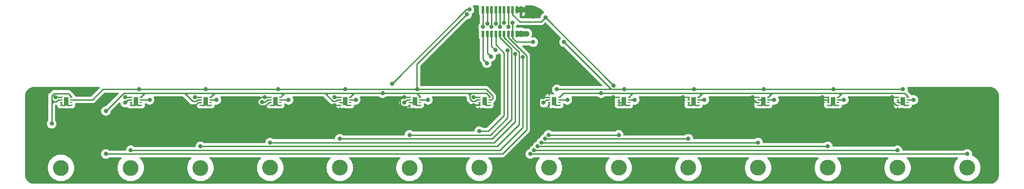
<source format=gbr>
%TF.GenerationSoftware,KiCad,Pcbnew,8.0.2*%
%TF.CreationDate,2024-06-26T21:14:32+03:00*%
%TF.ProjectId,MV_Abnehmerplatine,4d565f41-626e-4656-986d-6572706c6174,rev?*%
%TF.SameCoordinates,Original*%
%TF.FileFunction,Copper,L4,Bot*%
%TF.FilePolarity,Positive*%
%FSLAX46Y46*%
G04 Gerber Fmt 4.6, Leading zero omitted, Abs format (unit mm)*
G04 Created by KiCad (PCBNEW 8.0.2) date 2024-06-26 21:14:32*
%MOMM*%
%LPD*%
G01*
G04 APERTURE LIST*
G04 Aperture macros list*
%AMRoundRect*
0 Rectangle with rounded corners*
0 $1 Rounding radius*
0 $2 $3 $4 $5 $6 $7 $8 $9 X,Y pos of 4 corners*
0 Add a 4 corners polygon primitive as box body*
4,1,4,$2,$3,$4,$5,$6,$7,$8,$9,$2,$3,0*
0 Add four circle primitives for the rounded corners*
1,1,$1+$1,$2,$3*
1,1,$1+$1,$4,$5*
1,1,$1+$1,$6,$7*
1,1,$1+$1,$8,$9*
0 Add four rect primitives between the rounded corners*
20,1,$1+$1,$2,$3,$4,$5,0*
20,1,$1+$1,$4,$5,$6,$7,0*
20,1,$1+$1,$6,$7,$8,$9,0*
20,1,$1+$1,$8,$9,$2,$3,0*%
G04 Aperture macros list end*
%TA.AperFunction,SMDPad,CuDef*%
%ADD10RoundRect,0.062500X0.187500X0.062500X-0.187500X0.062500X-0.187500X-0.062500X0.187500X-0.062500X0*%
%TD*%
%TA.AperFunction,ComponentPad*%
%ADD11C,0.600000*%
%TD*%
%TA.AperFunction,SMDPad,CuDef*%
%ADD12R,0.900000X1.600000*%
%TD*%
%TA.AperFunction,ComponentPad*%
%ADD13C,3.000000*%
%TD*%
%TA.AperFunction,SMDPad,CuDef*%
%ADD14R,0.550000X1.300000*%
%TD*%
%TA.AperFunction,SMDPad,CuDef*%
%ADD15R,0.550000X1.400000*%
%TD*%
%TA.AperFunction,ViaPad*%
%ADD16C,0.800000*%
%TD*%
%TA.AperFunction,Conductor*%
%ADD17C,0.250000*%
%TD*%
%TA.AperFunction,Conductor*%
%ADD18C,1.000000*%
%TD*%
G04 APERTURE END LIST*
D10*
%TO.P,U7,1,SDA*%
%TO.N,/SDA*%
X159440000Y-90610000D03*
%TO.P,U7,2,SCL*%
%TO.N,/SCL*%
X159440000Y-91110000D03*
%TO.P,U7,3,ALERT*%
%TO.N,unconnected-(U7-ALERT-Pad3)*%
X159440000Y-91610000D03*
%TO.P,U7,4,GND*%
%TO.N,GND*%
X159440000Y-92110000D03*
%TO.P,U7,5,A2*%
%TO.N,+3V3*%
X157540000Y-92110000D03*
%TO.P,U7,6,A1*%
X157540000Y-91610000D03*
%TO.P,U7,7,A0*%
%TO.N,/SCL*%
X157540000Y-91110000D03*
%TO.P,U7,8,V+*%
%TO.N,+3V3*%
X157540000Y-90610000D03*
D11*
%TO.P,U7,9,EP*%
%TO.N,GND*%
X158490000Y-91860000D03*
D12*
X158490000Y-91360000D03*
D11*
X158490000Y-90860000D03*
%TD*%
D13*
%TO.P,H8,1,1*%
%TO.N,Net-(J0-Pin_15)*%
X170690002Y-104015000D03*
%TD*%
D10*
%TO.P,U3,1,SDA*%
%TO.N,/SDA*%
X106640000Y-90610000D03*
%TO.P,U3,2,SCL*%
%TO.N,/SCL*%
X106640000Y-91110000D03*
%TO.P,U3,3,ALERT*%
%TO.N,unconnected-(U3-ALERT-Pad3)*%
X106640000Y-91610000D03*
%TO.P,U3,4,GND*%
%TO.N,GND*%
X106640000Y-92110000D03*
%TO.P,U3,5,A2*%
X104740000Y-92110000D03*
%TO.P,U3,6,A1*%
%TO.N,+3V3*%
X104740000Y-91610000D03*
%TO.P,U3,7,A0*%
%TO.N,/SCL*%
X104740000Y-91110000D03*
%TO.P,U3,8,V+*%
%TO.N,+3V3*%
X104740000Y-90610000D03*
D11*
%TO.P,U3,9,EP*%
%TO.N,GND*%
X105690000Y-91860000D03*
D12*
X105690000Y-91360000D03*
D11*
X105690000Y-90860000D03*
%TD*%
D13*
%TO.P,H4,1,1*%
%TO.N,Net-(J0-Pin_11)*%
X117890000Y-104015001D03*
%TD*%
%TO.P,H1,1,1*%
%TO.N,Net-(J0-Pin_8)*%
X78290000Y-104020000D03*
%TD*%
D10*
%TO.P,U2,1,SDA*%
%TO.N,/SDA*%
X93440000Y-90610000D03*
%TO.P,U2,2,SCL*%
%TO.N,/SCL*%
X93440000Y-91110000D03*
%TO.P,U2,3,ALERT*%
%TO.N,unconnected-(U2-ALERT-Pad3)*%
X93440000Y-91610000D03*
%TO.P,U2,4,GND*%
%TO.N,GND*%
X93440000Y-92110000D03*
%TO.P,U2,5,A2*%
X91540000Y-92110000D03*
%TO.P,U2,6,A1*%
%TO.N,+3V3*%
X91540000Y-91610000D03*
%TO.P,U2,7,A0*%
%TO.N,/SDA*%
X91540000Y-91110000D03*
%TO.P,U2,8,V+*%
%TO.N,+3V3*%
X91540000Y-90610000D03*
D11*
%TO.P,U2,9,EP*%
%TO.N,GND*%
X92490000Y-91860000D03*
D12*
X92490000Y-91360000D03*
D11*
X92490000Y-90860000D03*
%TD*%
D10*
%TO.P,U10,1,SDA*%
%TO.N,/SDA*%
X199040000Y-90610000D03*
%TO.P,U10,2,SCL*%
%TO.N,/SCL*%
X199040000Y-91110000D03*
%TO.P,U10,3,ALERT*%
%TO.N,unconnected-(U10-ALERT-Pad3)*%
X199040000Y-91610000D03*
%TO.P,U10,4,GND*%
%TO.N,GND*%
X199040000Y-92110000D03*
%TO.P,U10,5,A2*%
X197140000Y-92110000D03*
%TO.P,U10,6,A1*%
%TO.N,+3V3*%
X197140000Y-91610000D03*
%TO.P,U10,7,A0*%
%TO.N,GND*%
X197140000Y-91110000D03*
%TO.P,U10,8,V+*%
%TO.N,+3V3*%
X197140000Y-90610000D03*
D11*
%TO.P,U10,9,EP*%
%TO.N,GND*%
X198090000Y-91860000D03*
D12*
X198090000Y-91360000D03*
D11*
X198090000Y-90860000D03*
%TD*%
D14*
%TO.P,J0,1,Pin_1*%
%TO.N,GND*%
X152210000Y-78545000D03*
D15*
%TO.P,J0,2,Pin_2*%
%TO.N,+3V3*%
X152210000Y-73995000D03*
D14*
%TO.P,J0,3,Pin_3*%
%TO.N,GND*%
X151410000Y-78545000D03*
D15*
%TO.P,J0,4,Pin_4*%
%TO.N,+3V3*%
X151410000Y-73995000D03*
D14*
%TO.P,J0,5,Pin_5*%
%TO.N,/SCL*%
X150610000Y-78545000D03*
D15*
%TO.P,J0,6,Pin_6*%
%TO.N,/SDA*%
X150610000Y-73995000D03*
D14*
%TO.P,J0,7,Pin_7*%
%TO.N,Net-(J0-Pin_7)*%
X149810000Y-78545000D03*
D15*
%TO.P,J0,8,Pin_8*%
%TO.N,Net-(J0-Pin_8)*%
X149810000Y-73995000D03*
D14*
%TO.P,J0,9,Pin_9*%
%TO.N,Net-(J0-Pin_9)*%
X149010000Y-78545000D03*
D15*
%TO.P,J0,10,Pin_10*%
%TO.N,Net-(J0-Pin_10)*%
X149010000Y-73995000D03*
D14*
%TO.P,J0,11,Pin_11*%
%TO.N,Net-(J0-Pin_11)*%
X148210000Y-78545000D03*
D15*
%TO.P,J0,12,Pin_12*%
%TO.N,Net-(J0-Pin_12)*%
X148210000Y-73995000D03*
D14*
%TO.P,J0,13,Pin_13*%
%TO.N,Net-(J0-Pin_13)*%
X147410000Y-78545000D03*
D15*
%TO.P,J0,14,Pin_14*%
%TO.N,Net-(J0-Pin_14)*%
X147410000Y-73995000D03*
D14*
%TO.P,J0,15,Pin_15*%
%TO.N,Net-(J0-Pin_15)*%
X146610000Y-78545000D03*
D15*
%TO.P,J0,16,Pin_16*%
%TO.N,Net-(J0-Pin_16)*%
X146610000Y-73995000D03*
D14*
%TO.P,J0,17,Pin_17*%
%TO.N,Net-(J0-Pin_17)*%
X145810000Y-78545000D03*
D15*
%TO.P,J0,18,Pin_18*%
%TO.N,Net-(J0-Pin_18)*%
X145810000Y-73995000D03*
D14*
%TO.P,J0,19,Pin_19*%
%TO.N,Net-(J0-Pin_19)*%
X145010000Y-78545000D03*
D15*
%TO.P,J0,20,Pin_20*%
%TO.N,Net-(J0-Pin_20)*%
X145010000Y-73995000D03*
%TD*%
D10*
%TO.P,U4,1,SDA*%
%TO.N,/SDA*%
X119840000Y-90610000D03*
%TO.P,U4,2,SCL*%
%TO.N,/SCL*%
X119840000Y-91110000D03*
%TO.P,U4,3,ALERT*%
%TO.N,unconnected-(U4-ALERT-Pad3)*%
X119840000Y-91610000D03*
%TO.P,U4,4,GND*%
%TO.N,GND*%
X119840000Y-92110000D03*
%TO.P,U4,5,A2*%
%TO.N,+3V3*%
X117940000Y-92110000D03*
%TO.P,U4,6,A1*%
%TO.N,GND*%
X117940000Y-91610000D03*
%TO.P,U4,7,A0*%
%TO.N,/SDA*%
X117940000Y-91110000D03*
%TO.P,U4,8,V+*%
%TO.N,+3V3*%
X117940000Y-90610000D03*
D11*
%TO.P,U4,9,EP*%
%TO.N,GND*%
X118890000Y-91860000D03*
D12*
X118890000Y-91360000D03*
D11*
X118890000Y-90860000D03*
%TD*%
D13*
%TO.P,H0,1,1*%
%TO.N,Net-(H0-Pad1)*%
X65090000Y-104020000D03*
%TD*%
D10*
%TO.P,U6,1,SDA*%
%TO.N,/SDA*%
X146240000Y-90610000D03*
%TO.P,U6,2,SCL*%
%TO.N,/SCL*%
X146240000Y-91110000D03*
%TO.P,U6,3,ALERT*%
%TO.N,unconnected-(U6-ALERT-Pad3)*%
X146240000Y-91610000D03*
%TO.P,U6,4,GND*%
%TO.N,GND*%
X146240000Y-92110000D03*
%TO.P,U6,5,A2*%
%TO.N,+3V3*%
X144340000Y-92110000D03*
%TO.P,U6,6,A1*%
X144340000Y-91610000D03*
%TO.P,U6,7,A0*%
%TO.N,/SDA*%
X144340000Y-91110000D03*
%TO.P,U6,8,V+*%
%TO.N,+3V3*%
X144340000Y-90610000D03*
D11*
%TO.P,U6,9,EP*%
%TO.N,GND*%
X145290000Y-91860000D03*
D12*
X145290000Y-91360000D03*
D11*
X145290000Y-90860000D03*
%TD*%
D13*
%TO.P,H10,1,1*%
%TO.N,Net-(J0-Pin_17)*%
X197090002Y-104015000D03*
%TD*%
%TO.P,H3,1,1*%
%TO.N,Net-(J0-Pin_10)*%
X104700000Y-104015000D03*
%TD*%
D10*
%TO.P,U1,1,SDA*%
%TO.N,/SDA*%
X80240000Y-90610000D03*
%TO.P,U1,2,SCL*%
%TO.N,/SCL*%
X80240000Y-91110000D03*
%TO.P,U1,3,ALERT*%
%TO.N,unconnected-(U1-ALERT-Pad3)*%
X80240000Y-91610000D03*
%TO.P,U1,4,GND*%
%TO.N,GND*%
X80240000Y-92110000D03*
%TO.P,U1,5,A2*%
X78340000Y-92110000D03*
%TO.P,U1,6,A1*%
X78340000Y-91610000D03*
%TO.P,U1,7,A0*%
%TO.N,/SCL*%
X78340000Y-91110000D03*
%TO.P,U1,8,V+*%
%TO.N,+3V3*%
X78340000Y-90610000D03*
D11*
%TO.P,U1,9,EP*%
%TO.N,GND*%
X79290000Y-91860000D03*
D12*
X79290000Y-91360000D03*
D11*
X79290000Y-90860000D03*
%TD*%
D13*
%TO.P,H11,1,1*%
%TO.N,Net-(J0-Pin_18)*%
X210290000Y-104015000D03*
%TD*%
D10*
%TO.P,U12,1,SDA*%
%TO.N,/SDA*%
X225440000Y-90610000D03*
%TO.P,U12,2,SCL*%
%TO.N,/SCL*%
X225440000Y-91110000D03*
%TO.P,U12,3,ALERT*%
%TO.N,unconnected-(U12-ALERT-Pad3)*%
X225440000Y-91610000D03*
%TO.P,U12,4,GND*%
%TO.N,GND*%
X225440000Y-92110000D03*
%TO.P,U12,5,A2*%
%TO.N,+3V3*%
X223540000Y-92110000D03*
%TO.P,U12,6,A1*%
%TO.N,GND*%
X223540000Y-91610000D03*
%TO.P,U12,7,A0*%
X223540000Y-91110000D03*
%TO.P,U12,8,V+*%
%TO.N,+3V3*%
X223540000Y-90610000D03*
D11*
%TO.P,U12,9,EP*%
%TO.N,GND*%
X224490000Y-91860000D03*
D12*
X224490000Y-91360000D03*
D11*
X224490000Y-90860000D03*
%TD*%
D10*
%TO.P,U8,1,SDA*%
%TO.N,/SDA*%
X172640000Y-90610000D03*
%TO.P,U8,2,SCL*%
%TO.N,/SCL*%
X172640000Y-91110000D03*
%TO.P,U8,3,ALERT*%
%TO.N,unconnected-(U8-ALERT-Pad3)*%
X172640000Y-91610000D03*
%TO.P,U8,4,GND*%
%TO.N,GND*%
X172640000Y-92110000D03*
%TO.P,U8,5,A2*%
X170740000Y-92110000D03*
%TO.P,U8,6,A1*%
X170740000Y-91610000D03*
%TO.P,U8,7,A0*%
X170740000Y-91110000D03*
%TO.P,U8,8,V+*%
%TO.N,+3V3*%
X170740000Y-90610000D03*
D11*
%TO.P,U8,9,EP*%
%TO.N,GND*%
X171690000Y-91860000D03*
D12*
X171690000Y-91360000D03*
D11*
X171690000Y-90860000D03*
%TD*%
D13*
%TO.P,H9,1,1*%
%TO.N,Net-(J0-Pin_16)*%
X183890002Y-104015000D03*
%TD*%
%TO.P,H2,1,1*%
%TO.N,Net-(J0-Pin_9)*%
X91500002Y-104020000D03*
%TD*%
%TO.P,H13,1,1*%
%TO.N,Net-(J0-Pin_20)*%
X236690002Y-104015000D03*
%TD*%
D10*
%TO.P,U5,1,SDA*%
%TO.N,/SDA*%
X133040000Y-90610000D03*
%TO.P,U5,2,SCL*%
%TO.N,/SCL*%
X133040000Y-91110000D03*
%TO.P,U5,3,ALERT*%
%TO.N,unconnected-(U5-ALERT-Pad3)*%
X133040000Y-91610000D03*
%TO.P,U5,4,GND*%
%TO.N,GND*%
X133040000Y-92110000D03*
%TO.P,U5,5,A2*%
%TO.N,+3V3*%
X131140000Y-92110000D03*
%TO.P,U5,6,A1*%
%TO.N,GND*%
X131140000Y-91610000D03*
%TO.P,U5,7,A0*%
%TO.N,/SCL*%
X131140000Y-91110000D03*
%TO.P,U5,8,V+*%
%TO.N,+3V3*%
X131140000Y-90610000D03*
D11*
%TO.P,U5,9,EP*%
%TO.N,GND*%
X132090000Y-91860000D03*
D12*
X132090000Y-91360000D03*
D11*
X132090000Y-90860000D03*
%TD*%
D10*
%TO.P,U11,1,SDA*%
%TO.N,/SDA*%
X212240000Y-90610000D03*
%TO.P,U11,2,SCL*%
%TO.N,/SCL*%
X212240000Y-91110000D03*
%TO.P,U11,3,ALERT*%
%TO.N,unconnected-(U11-ALERT-Pad3)*%
X212240000Y-91610000D03*
%TO.P,U11,4,GND*%
%TO.N,GND*%
X212240000Y-92110000D03*
%TO.P,U11,5,A2*%
X210340000Y-92110000D03*
%TO.P,U11,6,A1*%
%TO.N,+3V3*%
X210340000Y-91610000D03*
%TO.P,U11,7,A0*%
X210340000Y-91110000D03*
%TO.P,U11,8,V+*%
X210340000Y-90610000D03*
D11*
%TO.P,U11,9,EP*%
%TO.N,GND*%
X211290000Y-91860000D03*
D12*
X211290000Y-91360000D03*
D11*
X211290000Y-90860000D03*
%TD*%
D10*
%TO.P,U9,1,SDA*%
%TO.N,/SDA*%
X185840000Y-90610000D03*
%TO.P,U9,2,SCL*%
%TO.N,/SCL*%
X185840000Y-91110000D03*
%TO.P,U9,3,ALERT*%
%TO.N,unconnected-(U9-ALERT-Pad3)*%
X185840000Y-91610000D03*
%TO.P,U9,4,GND*%
%TO.N,GND*%
X185840000Y-92110000D03*
%TO.P,U9,5,A2*%
X183940000Y-92110000D03*
%TO.P,U9,6,A1*%
X183940000Y-91610000D03*
%TO.P,U9,7,A0*%
%TO.N,+3V3*%
X183940000Y-91110000D03*
%TO.P,U9,8,V+*%
X183940000Y-90610000D03*
D11*
%TO.P,U9,9,EP*%
%TO.N,GND*%
X184890000Y-91860000D03*
D12*
X184890000Y-91360000D03*
D11*
X184890000Y-90860000D03*
%TD*%
D13*
%TO.P,H12,1,1*%
%TO.N,Net-(J0-Pin_19)*%
X223490000Y-104015000D03*
%TD*%
D10*
%TO.P,U0,1,SDA*%
%TO.N,/SDA_SW*%
X67040000Y-90610000D03*
%TO.P,U0,2,SCL*%
%TO.N,/SCL*%
X67040000Y-91110000D03*
%TO.P,U0,3,ALERT*%
%TO.N,unconnected-(U0-ALERT-Pad3)*%
X67040000Y-91610000D03*
%TO.P,U0,4,GND*%
%TO.N,GND*%
X67040000Y-92110000D03*
%TO.P,U0,5,A2*%
X65140000Y-92110000D03*
%TO.P,U0,6,A1*%
X65140000Y-91610000D03*
%TO.P,U0,7,A0*%
%TO.N,/SDA_SW*%
X65140000Y-91110000D03*
%TO.P,U0,8,V+*%
%TO.N,+3V3*%
X65140000Y-90610000D03*
D11*
%TO.P,U0,9,EP*%
%TO.N,GND*%
X66090000Y-91860000D03*
D12*
X66090000Y-91360000D03*
D11*
X66090000Y-90860000D03*
%TD*%
D13*
%TO.P,H7,1,1*%
%TO.N,Net-(J0-Pin_14)*%
X157490002Y-104015000D03*
%TD*%
%TO.P,H5,1,1*%
%TO.N,Net-(J0-Pin_12)*%
X131090002Y-104020000D03*
%TD*%
%TO.P,H6,1,1*%
%TO.N,Net-(J0-Pin_13)*%
X144290002Y-104015000D03*
%TD*%
D16*
%TO.N,GND*%
X153300000Y-78545000D03*
%TO.N,/SDA*%
X73610000Y-93220000D03*
X142430000Y-73960000D03*
X169750000Y-88390000D03*
X167360000Y-89840000D03*
X127764999Y-88064999D03*
X125989998Y-89840000D03*
X156825000Y-75465000D03*
%TO.N,+3V3*%
X189999998Y-94761400D03*
X169999998Y-94761400D03*
X224999998Y-94761400D03*
X105000000Y-95000000D03*
X156970000Y-77790000D03*
X209260000Y-90610000D03*
X222460000Y-90610000D03*
X140000000Y-95000000D03*
X174999998Y-94761400D03*
X100000000Y-95000000D03*
X143250000Y-90610000D03*
X230000000Y-95000000D03*
X116860000Y-92110000D03*
X77260000Y-90610000D03*
X196060000Y-90610000D03*
X199999998Y-94761400D03*
X204999998Y-94761400D03*
X164999998Y-94761400D03*
X70000000Y-95000000D03*
X115000000Y-95000000D03*
X110000000Y-95000000D03*
X194999998Y-94761400D03*
X95000000Y-95000000D03*
X90000000Y-95000000D03*
X130000000Y-95000000D03*
X80000000Y-95000000D03*
X184999998Y-94761400D03*
X219999998Y-94761400D03*
X140000000Y-85000000D03*
X235000000Y-95000000D03*
X214999998Y-94761400D03*
X159999998Y-94761400D03*
X90459117Y-90609182D03*
X169660000Y-90610000D03*
X90459117Y-92270000D03*
X64060000Y-90610000D03*
X85000000Y-95000000D03*
X209999998Y-94761400D03*
X130060000Y-90610000D03*
X135000000Y-95000000D03*
X143250000Y-92110000D03*
X156460000Y-90610000D03*
X182860000Y-90610000D03*
X160000000Y-85000000D03*
X120000000Y-95000000D03*
X116860000Y-90610000D03*
X179999998Y-94761400D03*
X125000000Y-95000000D03*
X103660000Y-90610000D03*
X143730000Y-93560000D03*
X154510000Y-75150000D03*
%TO.N,/SCL*%
X94530000Y-91110000D03*
X81885305Y-91110000D03*
X141981258Y-74874046D03*
X154510000Y-80140000D03*
X118925000Y-89115000D03*
X130060000Y-91630000D03*
X103190000Y-91500000D03*
X108175305Y-91110000D03*
X224525000Y-89115000D03*
X106180305Y-89115000D03*
X226520000Y-91110000D03*
X173730000Y-91110000D03*
X132575000Y-89115000D03*
X160354694Y-80140000D03*
X213320000Y-91110000D03*
X120920000Y-91110000D03*
X150610000Y-76440000D03*
X156457652Y-91637652D03*
X211325000Y-89115000D03*
X92535000Y-89115000D03*
X186930000Y-91110000D03*
X79890305Y-89115000D03*
X160970000Y-91110000D03*
X134570000Y-91110000D03*
X184935000Y-89115000D03*
X200120000Y-91110000D03*
X77257652Y-91637652D03*
X158980305Y-89115000D03*
X171735000Y-89115000D03*
X198125000Y-89115000D03*
%TO.N,Net-(J0-Pin_13)*%
X144290002Y-97040000D03*
%TO.N,Net-(J0-Pin_8)*%
X78290000Y-100665000D03*
X149810000Y-77260000D03*
X152555000Y-83003351D03*
%TO.N,Net-(J0-Pin_17)*%
X156042193Y-99211400D03*
X146529999Y-82896700D03*
X197090000Y-99211400D03*
%TO.N,Net-(J0-Pin_7)*%
X73600000Y-101390000D03*
%TO.N,Net-(J0-Pin_15)*%
X147331955Y-81648045D03*
X170690000Y-97761400D03*
X157419690Y-97761400D03*
%TO.N,Net-(J0-Pin_20)*%
X145010000Y-77260000D03*
X153969998Y-101386400D03*
X236688600Y-101386400D03*
%TO.N,Net-(J0-Pin_12)*%
X149655000Y-81722653D03*
X131090002Y-97765000D03*
X148210000Y-77260000D03*
%TO.N,Net-(J0-Pin_9)*%
X91500002Y-99940000D03*
%TO.N,Net-(J0-Pin_11)*%
X117890002Y-98490000D03*
%TO.N,Net-(J0-Pin_10)*%
X149010001Y-76439996D03*
X151105000Y-82372653D03*
X104690002Y-99215000D03*
%TO.N,Net-(J0-Pin_14)*%
X147410001Y-76659998D03*
%TO.N,Net-(J0-Pin_16)*%
X156730941Y-98486400D03*
X183890000Y-98486399D03*
X146610000Y-77260000D03*
%TO.N,Net-(J0-Pin_19)*%
X223489998Y-100661400D03*
X145730000Y-84147309D03*
X154664697Y-100661400D03*
%TO.N,Net-(J0-Pin_18)*%
X210289998Y-99936400D03*
X155353445Y-99936400D03*
X145809998Y-76659998D03*
%TO.N,/SDA_SW*%
X63335000Y-95630000D03*
%TD*%
D17*
%TO.N,GND*%
X223540000Y-91110000D02*
X223540000Y-91610000D01*
X211040000Y-92110000D02*
X211290000Y-91860000D01*
X198340000Y-92110000D02*
X198090000Y-91860000D01*
X159440000Y-92110000D02*
X158740000Y-92110000D01*
X66340000Y-92110000D02*
X66090000Y-91860000D01*
X170740000Y-91610000D02*
X171440000Y-91610000D01*
X171940000Y-92110000D02*
X171690000Y-91860000D01*
X210340000Y-92110000D02*
X211040000Y-92110000D01*
X132340000Y-92110000D02*
X132090000Y-91860000D01*
X183940000Y-91610000D02*
X183940000Y-92110000D01*
D18*
X153300000Y-78545000D02*
X151675000Y-78545000D01*
D17*
X80240000Y-92110000D02*
X79540000Y-92110000D01*
X105940000Y-92110000D02*
X105690000Y-91860000D01*
X67040000Y-92110000D02*
X66340000Y-92110000D01*
X119140000Y-92110000D02*
X118890000Y-91860000D01*
X65140000Y-92110000D02*
X65840000Y-92110000D01*
X105440000Y-92110000D02*
X105690000Y-91860000D01*
X145540000Y-92110000D02*
X145290000Y-91860000D01*
X93440000Y-92110000D02*
X92740000Y-92110000D01*
X224240000Y-91610000D02*
X224490000Y-91860000D01*
X158740000Y-92110000D02*
X158490000Y-91860000D01*
X78340000Y-91610000D02*
X78340000Y-92110000D01*
X225440000Y-92110000D02*
X224740000Y-92110000D01*
X117940000Y-91610000D02*
X118640000Y-91610000D01*
X131140000Y-91610000D02*
X131840000Y-91610000D01*
X185140000Y-92110000D02*
X184890000Y-91860000D01*
X199040000Y-92110000D02*
X198340000Y-92110000D01*
X197140000Y-92110000D02*
X197840000Y-92110000D01*
X78340000Y-92110000D02*
X79040000Y-92110000D01*
X146240000Y-92110000D02*
X145540000Y-92110000D01*
X224740000Y-92110000D02*
X224490000Y-91860000D01*
X133040000Y-92110000D02*
X132340000Y-92110000D01*
X223540000Y-91610000D02*
X224240000Y-91610000D01*
X119840000Y-92110000D02*
X119140000Y-92110000D01*
X91540000Y-92110000D02*
X92240000Y-92110000D01*
X172640000Y-92110000D02*
X171940000Y-92110000D01*
X197140000Y-91110000D02*
X197840000Y-91110000D01*
X92240000Y-92110000D02*
X92490000Y-91860000D01*
X171440000Y-91610000D02*
X171690000Y-91860000D01*
X184640000Y-92110000D02*
X184890000Y-91860000D01*
X185840000Y-92110000D02*
X185140000Y-92110000D01*
X211540000Y-92110000D02*
X211290000Y-91860000D01*
X170740000Y-92110000D02*
X171440000Y-92110000D01*
X106640000Y-92110000D02*
X105940000Y-92110000D01*
X104740000Y-92110000D02*
X105440000Y-92110000D01*
X65140000Y-91610000D02*
X65140000Y-92110000D01*
X79040000Y-92110000D02*
X79290000Y-91860000D01*
X92740000Y-92110000D02*
X92490000Y-91860000D01*
X65840000Y-92110000D02*
X66090000Y-91860000D01*
X183940000Y-92110000D02*
X184640000Y-92110000D01*
X212240000Y-92110000D02*
X211540000Y-92110000D01*
X131840000Y-91610000D02*
X132090000Y-91860000D01*
X118640000Y-91610000D02*
X118890000Y-91860000D01*
X197840000Y-92110000D02*
X198090000Y-91860000D01*
X171440000Y-92110000D02*
X171690000Y-91860000D01*
X197840000Y-91110000D02*
X198090000Y-91360000D01*
X170740000Y-91110000D02*
X170740000Y-92110000D01*
X79540000Y-92110000D02*
X79290000Y-91860000D01*
%TO.N,/SDA*%
X93650000Y-89840000D02*
X89030000Y-89840000D01*
X150605000Y-73950000D02*
X150605000Y-74510000D01*
X115600000Y-89840000D02*
X115060000Y-89840000D01*
X199280000Y-89840000D02*
X199810000Y-89840000D01*
X224870000Y-89840000D02*
X213010000Y-89840000D01*
X106810000Y-89840000D02*
X93650000Y-89840000D01*
X212410000Y-89840000D02*
X213010000Y-89840000D01*
X142525000Y-90135000D02*
X142820000Y-89840000D01*
X142949695Y-91335000D02*
X142525000Y-90910305D01*
X132470000Y-89840000D02*
X142230000Y-89840000D01*
X117385305Y-91110000D02*
X117160305Y-91335000D01*
X120990000Y-89840000D02*
X120610000Y-89840000D01*
X80720000Y-90120000D02*
X80730000Y-90120000D01*
X107110000Y-90140000D02*
X106810000Y-89840000D01*
X80730000Y-90120000D02*
X80240000Y-90610000D01*
X160210000Y-89840000D02*
X159440000Y-90610000D01*
X117160305Y-91335000D02*
X116555000Y-91335000D01*
X115060000Y-89840000D02*
X106810000Y-89840000D01*
X169750000Y-88390000D02*
X156825000Y-75465000D01*
X150610000Y-74895000D02*
X150610000Y-73945000D01*
X186335000Y-90115000D02*
X186610000Y-89840000D01*
X115330000Y-90110000D02*
X115600000Y-89840000D01*
X133040000Y-90410000D02*
X133040000Y-90610000D01*
X143550305Y-91335000D02*
X142949695Y-91335000D01*
X106640000Y-90610000D02*
X107110000Y-90140000D01*
X186060000Y-89840000D02*
X186610000Y-89840000D01*
X199545000Y-90105000D02*
X199280000Y-89840000D01*
X80440000Y-89840000D02*
X80720000Y-90120000D01*
X173135000Y-90115000D02*
X173410000Y-89840000D01*
X225440000Y-90410000D02*
X224870000Y-89840000D01*
X186610000Y-89840000D02*
X199280000Y-89840000D01*
X144340000Y-91110000D02*
X143775305Y-91110000D01*
X88755000Y-90115000D02*
X90006802Y-91366802D01*
X142525000Y-90910305D02*
X142525000Y-90135000D01*
X90726802Y-91366802D02*
X90983604Y-91110000D01*
X120990000Y-89840000D02*
X132470000Y-89840000D01*
X93440000Y-90610000D02*
X93930000Y-90120000D01*
X119840000Y-90610000D02*
X120325000Y-90125000D01*
X93650000Y-89840000D02*
X93930000Y-90120000D01*
X143775305Y-91110000D02*
X143550305Y-91335000D01*
X167360000Y-89840000D02*
X172820000Y-89840000D01*
X186060000Y-89840000D02*
X186335000Y-90115000D01*
X80440000Y-89840000D02*
X81010000Y-89840000D01*
X90006802Y-91366802D02*
X90726802Y-91366802D01*
X151985000Y-76270000D02*
X150610000Y-74895000D01*
X120610000Y-89840000D02*
X120040000Y-89840000D01*
X120325000Y-90125000D02*
X120610000Y-89840000D01*
X172820000Y-89840000D02*
X173410000Y-89840000D01*
X117940000Y-91110000D02*
X117385305Y-91110000D01*
X212240000Y-90610000D02*
X212710000Y-90140000D01*
X88480000Y-89840000D02*
X88755000Y-90115000D01*
X107110000Y-90140000D02*
X107410000Y-89840000D01*
X156825000Y-75465000D02*
X156020000Y-76270000D01*
X76990000Y-89840000D02*
X80440000Y-89840000D01*
X142525000Y-90135000D02*
X142230000Y-89840000D01*
X199810000Y-89840000D02*
X212410000Y-89840000D01*
X185840000Y-90610000D02*
X186335000Y-90115000D01*
X146240000Y-90410000D02*
X146240000Y-90610000D01*
X120040000Y-89840000D02*
X115600000Y-89840000D01*
X172640000Y-90610000D02*
X173135000Y-90115000D01*
X199040000Y-90610000D02*
X199545000Y-90105000D01*
X167360000Y-89840000D02*
X160210000Y-89840000D01*
X73610000Y-93220000D02*
X76990000Y-89840000D01*
X90983604Y-91110000D02*
X91540000Y-91110000D01*
X81010000Y-89840000D02*
X88480000Y-89840000D01*
X199545000Y-90105000D02*
X199810000Y-89840000D01*
X116555000Y-91335000D02*
X115330000Y-90110000D01*
X142230000Y-89840000D02*
X145670000Y-89840000D01*
X89030000Y-89840000D02*
X88480000Y-89840000D01*
X120325000Y-90125000D02*
X120040000Y-89840000D01*
X145670000Y-89840000D02*
X146240000Y-90410000D01*
X173560000Y-89840000D02*
X186060000Y-89840000D01*
X212410000Y-89840000D02*
X212710000Y-90140000D01*
X156020000Y-76270000D02*
X151985000Y-76270000D01*
X173095000Y-90115000D02*
X172820000Y-89840000D01*
X115330000Y-90110000D02*
X115060000Y-89840000D01*
X132470000Y-89840000D02*
X133040000Y-90410000D01*
X212710000Y-90140000D02*
X213010000Y-89840000D01*
X225440000Y-90610000D02*
X225440000Y-90410000D01*
X127764999Y-88064999D02*
X141869998Y-73960000D01*
X81010000Y-89840000D02*
X80730000Y-90120000D01*
X88755000Y-90115000D02*
X89030000Y-89840000D01*
X150610000Y-73945000D02*
X150605000Y-73950000D01*
X93930000Y-90120000D02*
X94210000Y-89840000D01*
X141869998Y-73960000D02*
X142430000Y-73960000D01*
X173410000Y-89840000D02*
X173560000Y-89840000D01*
%TO.N,+3V3*%
X90912315Y-91816802D02*
X90913198Y-91816802D01*
X223540000Y-92110000D02*
X223240260Y-92110000D01*
X116860000Y-92110000D02*
X117940000Y-92110000D01*
X129759695Y-92355000D02*
X129335000Y-91930305D01*
X157540000Y-91610000D02*
X157540000Y-92110000D01*
X77260000Y-90610000D02*
X78340000Y-90610000D01*
X155620000Y-91100000D02*
X155620000Y-92200000D01*
X170740000Y-90610000D02*
X169660000Y-90610000D01*
X131140000Y-90610000D02*
X130060000Y-90610000D01*
X183940000Y-90610000D02*
X183940000Y-91110000D01*
X104440260Y-91610000D02*
X103825260Y-92225000D01*
X103825260Y-92225000D02*
X102739695Y-92225000D01*
X64060000Y-90610000D02*
X65140000Y-90610000D01*
X223540000Y-90610000D02*
X222460000Y-90610000D01*
X90459117Y-90609182D02*
X90459935Y-90610000D01*
X196840260Y-91610000D02*
X196060000Y-90829740D01*
D18*
X154510000Y-75150000D02*
X153355000Y-73995000D01*
X153355000Y-73995000D02*
X151585000Y-73995000D01*
D17*
X144340000Y-92110000D02*
X144340000Y-91610000D01*
X156460000Y-90610000D02*
X157540000Y-90610000D01*
X156460000Y-90610000D02*
X156110000Y-90610000D01*
X129335000Y-91930305D02*
X129335000Y-91035000D01*
X143250000Y-92110000D02*
X143250000Y-93080000D01*
X197140000Y-90610000D02*
X196060000Y-90610000D01*
X144340000Y-90610000D02*
X143250000Y-90610000D01*
X90913198Y-91816802D02*
X91120000Y-91610000D01*
X143250000Y-93080000D02*
X143730000Y-93560000D01*
X102315000Y-91800305D02*
X102315000Y-91199695D01*
X156110000Y-90610000D02*
X155620000Y-91100000D01*
X196060000Y-90829740D02*
X196060000Y-90610000D01*
X116860000Y-90610000D02*
X116860000Y-90700000D01*
X183940000Y-90610000D02*
X182860000Y-90610000D01*
X130895000Y-92355000D02*
X129759695Y-92355000D01*
X210340000Y-91610000D02*
X210340000Y-90610000D01*
X210340000Y-90610000D02*
X209260000Y-90610000D01*
X155620000Y-92200000D02*
X156030000Y-92610000D01*
X102904695Y-90610000D02*
X103660000Y-90610000D01*
X222460000Y-91329740D02*
X222460000Y-90610000D01*
X156030000Y-92610000D02*
X157040000Y-92610000D01*
X157040000Y-92610000D02*
X157540000Y-92110000D01*
X90459117Y-92270000D02*
X90912315Y-91816802D01*
X103660000Y-90610000D02*
X104740000Y-90610000D01*
X104740000Y-91610000D02*
X104440260Y-91610000D01*
X102315000Y-91199695D02*
X102904695Y-90610000D01*
X117940000Y-90610000D02*
X116860000Y-90610000D01*
X131140000Y-92110000D02*
X130895000Y-92355000D01*
X116860000Y-90700000D02*
X116930000Y-90770000D01*
X91120000Y-91610000D02*
X91540000Y-91610000D01*
X129335000Y-91035000D02*
X129760000Y-90610000D01*
X102739695Y-92225000D02*
X102315000Y-91800305D01*
X197140000Y-91610000D02*
X196840260Y-91610000D01*
X129760000Y-90610000D02*
X130060000Y-90610000D01*
X90459935Y-90610000D02*
X91540000Y-90610000D01*
X223240260Y-92110000D02*
X222460000Y-91329740D01*
X143250000Y-92110000D02*
X144340000Y-92110000D01*
%TO.N,/SCL*%
X156457653Y-91637652D02*
X156985305Y-91110000D01*
X103795305Y-91500000D02*
X104185305Y-91110000D01*
X145581396Y-89115000D02*
X146815000Y-90348604D01*
X130355000Y-91335000D02*
X130360305Y-91335000D01*
X94530000Y-91110000D02*
X93440000Y-91110000D01*
X168750000Y-89115000D02*
X171735000Y-89115000D01*
X130585305Y-91110000D02*
X131140000Y-91110000D01*
X146815000Y-90348604D02*
X146815000Y-90834740D01*
X132575000Y-89115000D02*
X106180305Y-89115000D01*
X103190000Y-91500000D02*
X103795305Y-91500000D01*
X130060000Y-91630000D02*
X130355000Y-91335000D01*
X104185305Y-91110000D02*
X104740000Y-91110000D01*
X132575000Y-89115000D02*
X145581396Y-89115000D01*
X172640000Y-91110000D02*
X173730000Y-91110000D01*
X79890305Y-89115000D02*
X73048604Y-89115000D01*
X71053604Y-91110000D02*
X69585000Y-91110000D01*
X198125000Y-89115000D02*
X171735000Y-89115000D01*
X156985305Y-91110000D02*
X157540000Y-91110000D01*
X77257652Y-91637652D02*
X77257653Y-91637652D01*
X160354694Y-80140000D02*
X169017347Y-88802653D01*
X81885305Y-91110000D02*
X80240000Y-91110000D01*
X151355000Y-80140000D02*
X154510000Y-80140000D01*
X160354694Y-80140000D02*
X160354696Y-80140000D01*
X119840000Y-91110000D02*
X120920000Y-91110000D01*
X156457652Y-91637652D02*
X156457653Y-91637652D01*
X130360305Y-91335000D02*
X130585305Y-91110000D01*
X185840000Y-91110000D02*
X186930000Y-91110000D01*
X77257653Y-91637652D02*
X77785305Y-91110000D01*
X199040000Y-91110000D02*
X200120000Y-91110000D01*
X225440000Y-91110000D02*
X226520000Y-91110000D01*
X212240000Y-91110000D02*
X213320000Y-91110000D01*
X158980305Y-89115000D02*
X168750000Y-89115000D01*
X150610000Y-76440000D02*
X150610000Y-79395000D01*
X73048604Y-89115000D02*
X71053604Y-91110000D01*
X134570000Y-91110000D02*
X133040000Y-91110000D01*
X106180305Y-89115000D02*
X79890305Y-89115000D01*
X146815000Y-90834740D02*
X146539740Y-91110000D01*
X224525000Y-89115000D02*
X211325000Y-89115000D01*
X108175305Y-91110000D02*
X106640000Y-91110000D01*
X141981258Y-74874046D02*
X132490000Y-84365304D01*
X160970000Y-91110000D02*
X159440000Y-91110000D01*
X150610000Y-79395000D02*
X151355000Y-80140000D01*
X146539740Y-91110000D02*
X146240000Y-91110000D01*
X169017347Y-88802653D02*
X169329694Y-89115000D01*
X77785305Y-91110000D02*
X78340000Y-91110000D01*
X132490000Y-89030000D02*
X132575000Y-89115000D01*
X69580610Y-91110000D02*
X67040000Y-91110000D01*
X211325000Y-89115000D02*
X198125000Y-89115000D01*
X169017347Y-88847653D02*
X168750000Y-89115000D01*
X132490000Y-84365304D02*
X132490000Y-89030000D01*
%TO.N,Net-(J0-Pin_13)*%
X147410000Y-80640000D02*
X147410000Y-78495000D01*
X148990000Y-94060000D02*
X148990000Y-82220000D01*
X146010000Y-97040000D02*
X148990000Y-94060000D01*
X148990000Y-82220000D02*
X147410000Y-80640000D01*
X144290002Y-97040000D02*
X146010000Y-97040000D01*
%TO.N,Net-(J0-Pin_8)*%
X78290000Y-100665000D02*
X148245000Y-100665000D01*
X149810000Y-77260000D02*
X149810000Y-73945000D01*
X152555000Y-96355000D02*
X152555000Y-83003351D01*
X148245000Y-100665000D02*
X152555000Y-96355000D01*
%TO.N,Net-(J0-Pin_17)*%
X197089999Y-99211399D02*
X156042194Y-99211399D01*
X146529999Y-82896699D02*
X145810000Y-82176700D01*
X156042194Y-99211399D02*
X156042193Y-99211400D01*
X145810000Y-82176700D02*
X145810000Y-78495000D01*
X197090000Y-99211400D02*
X197089999Y-99211399D01*
X146529999Y-82896700D02*
X146529999Y-82896699D01*
%TO.N,Net-(J0-Pin_7)*%
X153280000Y-96795000D02*
X153280000Y-82701396D01*
X148685000Y-101390000D02*
X153280000Y-96795000D01*
X153280000Y-82701396D02*
X149810000Y-79231396D01*
X149810000Y-79231396D02*
X149810000Y-78495000D01*
X73600000Y-101390000D02*
X148685000Y-101390000D01*
%TO.N,Net-(J0-Pin_15)*%
X147331955Y-81648045D02*
X146610000Y-80926090D01*
X170690000Y-97761400D02*
X157419690Y-97761400D01*
X146610000Y-80926090D02*
X146610000Y-78495000D01*
%TO.N,Net-(J0-Pin_20)*%
X236688600Y-101386400D02*
X153969998Y-101386400D01*
X145010000Y-77260000D02*
X145010000Y-73945000D01*
%TO.N,Net-(J0-Pin_12)*%
X131090002Y-97765000D02*
X146395000Y-97765000D01*
X148210000Y-77260000D02*
X148210000Y-73945000D01*
X146395000Y-97765000D02*
X149655000Y-94505000D01*
X149655000Y-94505000D02*
X149655000Y-81722653D01*
%TO.N,Net-(J0-Pin_9)*%
X149010000Y-79250000D02*
X149010000Y-78545000D01*
X91500002Y-99940000D02*
X147685000Y-99940000D01*
X147685000Y-99940000D02*
X151830000Y-95795000D01*
X151830000Y-95795000D02*
X151830000Y-82070000D01*
X151830000Y-82070000D02*
X149010000Y-79250000D01*
%TO.N,Net-(J0-Pin_11)*%
X148210000Y-79250000D02*
X148210000Y-78545000D01*
X150380000Y-81420000D02*
X148210000Y-79250000D01*
X146730000Y-98490000D02*
X150380000Y-94840000D01*
X117890002Y-98490000D02*
X146730000Y-98490000D01*
X150380000Y-94840000D02*
X150380000Y-81420000D01*
%TO.N,Net-(J0-Pin_10)*%
X149010000Y-76439995D02*
X149010000Y-73945000D01*
X147115000Y-99215000D02*
X151105000Y-95225000D01*
X104690002Y-99215000D02*
X147115000Y-99215000D01*
X151105000Y-95225000D02*
X151105000Y-82372653D01*
X149010001Y-76439996D02*
X149010000Y-76439995D01*
%TO.N,Net-(J0-Pin_14)*%
X147410000Y-76659997D02*
X147410000Y-73945000D01*
X147410001Y-76659998D02*
X147410000Y-76659997D01*
%TO.N,Net-(J0-Pin_16)*%
X146610000Y-77260000D02*
X146610000Y-73945000D01*
X183890000Y-98486399D02*
X183889999Y-98486400D01*
X183889999Y-98486400D02*
X156730941Y-98486400D01*
%TO.N,Net-(J0-Pin_19)*%
X145729998Y-84147309D02*
X145010000Y-83427311D01*
X145010000Y-83427311D02*
X145010000Y-78545000D01*
X145730000Y-84147309D02*
X145729998Y-84147309D01*
X223489998Y-100661400D02*
X154664697Y-100661400D01*
X145010000Y-78545000D02*
X145010000Y-78495000D01*
%TO.N,Net-(J0-Pin_18)*%
X210289998Y-99936400D02*
X155353445Y-99936400D01*
X145810000Y-76659996D02*
X145810000Y-73945000D01*
X145809998Y-76659998D02*
X145810000Y-76659996D01*
%TO.N,/SDA_SW*%
X67040000Y-90610000D02*
X67040000Y-90410000D01*
X63759695Y-89885000D02*
X63335000Y-90309695D01*
X63690000Y-91450000D02*
X63685000Y-91450000D01*
X63335000Y-91100000D02*
X63335000Y-91800000D01*
X64245305Y-91450000D02*
X64585305Y-91110000D01*
X63335000Y-91450000D02*
X63690000Y-91450000D01*
X64585305Y-91110000D02*
X65140000Y-91110000D01*
X63690000Y-91450000D02*
X64245305Y-91450000D01*
X63335000Y-95630000D02*
X63335000Y-91450000D01*
X66515000Y-89885000D02*
X63759695Y-89885000D01*
X63685000Y-91450000D02*
X63335000Y-91100000D01*
X63340000Y-91800000D02*
X63690000Y-91450000D01*
X63335000Y-90309695D02*
X63335000Y-91100000D01*
X67040000Y-90410000D02*
X66515000Y-89885000D01*
%TD*%
%TA.AperFunction,Conductor*%
%TO.N,+3V3*%
G36*
X144177539Y-73162993D02*
G01*
X144223294Y-73215797D01*
X144234500Y-73267308D01*
X144234500Y-74742870D01*
X144234501Y-74742876D01*
X144240908Y-74802483D01*
X144291202Y-74937328D01*
X144291203Y-74937330D01*
X144359767Y-75028919D01*
X144384184Y-75094383D01*
X144384500Y-75103230D01*
X144384500Y-76561312D01*
X144364815Y-76628351D01*
X144352650Y-76644284D01*
X144277466Y-76727784D01*
X144182821Y-76891715D01*
X144182818Y-76891722D01*
X144129534Y-77055715D01*
X144124326Y-77071744D01*
X144104540Y-77260000D01*
X144124326Y-77448256D01*
X144124327Y-77448259D01*
X144182818Y-77628277D01*
X144182821Y-77628284D01*
X144226131Y-77703299D01*
X144242604Y-77771199D01*
X144241399Y-77779768D01*
X144241738Y-77779805D01*
X144234501Y-77847116D01*
X144234500Y-77847135D01*
X144234500Y-79242870D01*
X144234501Y-79242876D01*
X144240908Y-79302483D01*
X144291202Y-79437328D01*
X144291203Y-79437330D01*
X144291204Y-79437331D01*
X144343396Y-79507051D01*
X144359767Y-79528919D01*
X144384184Y-79594383D01*
X144384500Y-79603230D01*
X144384500Y-83488917D01*
X144403429Y-83584085D01*
X144403429Y-83584087D01*
X144408534Y-83609755D01*
X144455688Y-83723597D01*
X144455689Y-83723598D01*
X144466518Y-83739804D01*
X144466520Y-83739807D01*
X144524141Y-83826043D01*
X144524144Y-83826047D01*
X144615586Y-83917489D01*
X144615608Y-83917509D01*
X144791039Y-84092940D01*
X144824524Y-84154263D01*
X144826678Y-84167655D01*
X144844326Y-84335565D01*
X144844327Y-84335568D01*
X144902818Y-84515586D01*
X144902821Y-84515593D01*
X144997467Y-84679525D01*
X145124129Y-84820197D01*
X145277265Y-84931457D01*
X145277270Y-84931460D01*
X145450192Y-85008451D01*
X145450197Y-85008453D01*
X145635354Y-85047809D01*
X145635355Y-85047809D01*
X145824644Y-85047809D01*
X145824646Y-85047809D01*
X146009803Y-85008453D01*
X146182730Y-84931460D01*
X146335871Y-84820197D01*
X146462533Y-84679525D01*
X146557179Y-84515593D01*
X146615674Y-84335565D01*
X146635460Y-84147309D01*
X146615674Y-83959053D01*
X146609617Y-83940414D01*
X146607623Y-83870575D01*
X146643703Y-83810742D01*
X146701769Y-83780807D01*
X146712811Y-83778459D01*
X146809802Y-83757844D01*
X146982729Y-83680851D01*
X147135870Y-83569588D01*
X147262532Y-83428916D01*
X147357178Y-83264984D01*
X147415673Y-83084956D01*
X147435459Y-82896700D01*
X147415673Y-82708444D01*
X147410336Y-82692021D01*
X147408342Y-82622182D01*
X147444422Y-82562349D01*
X147502481Y-82532416D01*
X147611758Y-82509189D01*
X147611762Y-82509187D01*
X147611763Y-82509187D01*
X147760933Y-82442771D01*
X147784685Y-82432196D01*
X147937826Y-82320933D01*
X147977614Y-82276743D01*
X148037098Y-82240096D01*
X148106955Y-82241425D01*
X148157444Y-82272035D01*
X148328181Y-82442771D01*
X148361666Y-82504094D01*
X148364500Y-82530452D01*
X148364500Y-93749547D01*
X148344815Y-93816586D01*
X148328181Y-93837228D01*
X145787229Y-96378181D01*
X145725906Y-96411666D01*
X145699548Y-96414500D01*
X144993750Y-96414500D01*
X144926711Y-96394815D01*
X144901602Y-96373474D01*
X144895875Y-96367114D01*
X144895871Y-96367110D01*
X144742736Y-96255851D01*
X144742731Y-96255848D01*
X144569809Y-96178857D01*
X144569804Y-96178855D01*
X144424003Y-96147865D01*
X144384648Y-96139500D01*
X144195356Y-96139500D01*
X144162899Y-96146398D01*
X144010199Y-96178855D01*
X144010194Y-96178857D01*
X143837272Y-96255848D01*
X143837267Y-96255851D01*
X143684131Y-96367111D01*
X143557468Y-96507785D01*
X143462823Y-96671715D01*
X143462820Y-96671722D01*
X143442782Y-96733394D01*
X143404328Y-96851744D01*
X143391137Y-96977251D01*
X143385755Y-97028462D01*
X143359170Y-97093076D01*
X143301873Y-97133061D01*
X143262434Y-97139500D01*
X131793750Y-97139500D01*
X131726711Y-97119815D01*
X131701602Y-97098474D01*
X131695875Y-97092114D01*
X131695871Y-97092110D01*
X131542736Y-96980851D01*
X131542731Y-96980848D01*
X131369809Y-96903857D01*
X131369804Y-96903855D01*
X131224003Y-96872865D01*
X131184648Y-96864500D01*
X130995356Y-96864500D01*
X130962899Y-96871398D01*
X130810199Y-96903855D01*
X130810194Y-96903857D01*
X130637272Y-96980848D01*
X130637267Y-96980851D01*
X130484131Y-97092111D01*
X130357468Y-97232785D01*
X130262823Y-97396715D01*
X130262820Y-97396722D01*
X130204329Y-97576740D01*
X130204328Y-97576744D01*
X130191137Y-97702251D01*
X130185755Y-97753462D01*
X130159170Y-97818076D01*
X130101873Y-97858061D01*
X130062434Y-97864500D01*
X118593750Y-97864500D01*
X118526711Y-97844815D01*
X118501602Y-97823474D01*
X118495875Y-97817114D01*
X118495871Y-97817110D01*
X118342736Y-97705851D01*
X118342731Y-97705848D01*
X118169809Y-97628857D01*
X118169804Y-97628855D01*
X118024003Y-97597865D01*
X117984648Y-97589500D01*
X117795356Y-97589500D01*
X117762899Y-97596398D01*
X117610199Y-97628855D01*
X117610194Y-97628857D01*
X117437272Y-97705848D01*
X117437267Y-97705851D01*
X117284131Y-97817111D01*
X117157468Y-97957785D01*
X117062823Y-98121715D01*
X117062820Y-98121722D01*
X117004329Y-98301740D01*
X117004328Y-98301744D01*
X116991137Y-98427251D01*
X116985755Y-98478462D01*
X116959170Y-98543076D01*
X116901873Y-98583061D01*
X116862434Y-98589500D01*
X105393750Y-98589500D01*
X105326711Y-98569815D01*
X105301602Y-98548474D01*
X105295875Y-98542114D01*
X105295871Y-98542110D01*
X105142736Y-98430851D01*
X105142731Y-98430848D01*
X104969809Y-98353857D01*
X104969804Y-98353855D01*
X104824003Y-98322865D01*
X104784648Y-98314500D01*
X104595356Y-98314500D01*
X104562899Y-98321398D01*
X104410199Y-98353855D01*
X104410194Y-98353857D01*
X104237272Y-98430848D01*
X104237267Y-98430851D01*
X104084131Y-98542111D01*
X103957468Y-98682785D01*
X103862823Y-98846715D01*
X103862820Y-98846722D01*
X103804329Y-99026740D01*
X103804328Y-99026744D01*
X103791137Y-99152251D01*
X103785755Y-99203462D01*
X103759170Y-99268076D01*
X103701873Y-99308061D01*
X103662434Y-99314500D01*
X92203750Y-99314500D01*
X92136711Y-99294815D01*
X92111602Y-99273474D01*
X92105875Y-99267114D01*
X92105871Y-99267110D01*
X91952736Y-99155851D01*
X91952731Y-99155848D01*
X91779809Y-99078857D01*
X91779804Y-99078855D01*
X91634003Y-99047865D01*
X91594648Y-99039500D01*
X91405356Y-99039500D01*
X91372899Y-99046398D01*
X91220199Y-99078855D01*
X91220194Y-99078857D01*
X91047272Y-99155848D01*
X91047267Y-99155851D01*
X90894131Y-99267111D01*
X90767468Y-99407785D01*
X90672823Y-99571715D01*
X90672820Y-99571722D01*
X90614329Y-99751740D01*
X90614328Y-99751744D01*
X90601137Y-99877251D01*
X90595755Y-99928462D01*
X90569170Y-99993076D01*
X90511873Y-100033061D01*
X90472434Y-100039500D01*
X78993748Y-100039500D01*
X78926709Y-100019815D01*
X78901600Y-99998474D01*
X78895873Y-99992114D01*
X78895869Y-99992110D01*
X78742734Y-99880851D01*
X78742729Y-99880848D01*
X78569807Y-99803857D01*
X78569802Y-99803855D01*
X78424001Y-99772865D01*
X78384646Y-99764500D01*
X78195354Y-99764500D01*
X78162897Y-99771398D01*
X78010197Y-99803855D01*
X78010192Y-99803857D01*
X77837270Y-99880848D01*
X77837265Y-99880851D01*
X77684129Y-99992111D01*
X77557466Y-100132785D01*
X77462821Y-100296715D01*
X77462818Y-100296722D01*
X77404327Y-100476740D01*
X77404326Y-100476744D01*
X77391135Y-100602251D01*
X77385753Y-100653462D01*
X77359168Y-100718076D01*
X77301871Y-100758061D01*
X77262432Y-100764500D01*
X74303748Y-100764500D01*
X74236709Y-100744815D01*
X74211600Y-100723474D01*
X74205873Y-100717114D01*
X74205869Y-100717110D01*
X74052734Y-100605851D01*
X74052729Y-100605848D01*
X73879807Y-100528857D01*
X73879802Y-100528855D01*
X73734001Y-100497865D01*
X73694646Y-100489500D01*
X73505354Y-100489500D01*
X73472897Y-100496398D01*
X73320197Y-100528855D01*
X73320192Y-100528857D01*
X73147270Y-100605848D01*
X73147265Y-100605851D01*
X72994129Y-100717111D01*
X72867466Y-100857785D01*
X72772821Y-101021715D01*
X72772818Y-101021722D01*
X72714327Y-101201740D01*
X72714326Y-101201744D01*
X72694540Y-101390000D01*
X72714326Y-101578256D01*
X72714327Y-101578259D01*
X72772818Y-101758277D01*
X72772821Y-101758284D01*
X72867467Y-101922216D01*
X72975876Y-102042616D01*
X72994129Y-102062888D01*
X73147265Y-102174148D01*
X73147270Y-102174151D01*
X73320192Y-102251142D01*
X73320197Y-102251144D01*
X73505354Y-102290500D01*
X73505355Y-102290500D01*
X73694644Y-102290500D01*
X73694646Y-102290500D01*
X73879803Y-102251144D01*
X74052730Y-102174151D01*
X74205871Y-102062888D01*
X74209112Y-102059289D01*
X74211600Y-102056526D01*
X74271087Y-102019879D01*
X74303748Y-102015500D01*
X76458608Y-102015500D01*
X76525647Y-102035185D01*
X76571402Y-102087989D01*
X76581346Y-102157147D01*
X76552321Y-102220703D01*
X76543492Y-102229892D01*
X76463608Y-102304907D01*
X76463606Y-102304909D01*
X76263054Y-102547334D01*
X76263051Y-102547338D01*
X76094464Y-102812990D01*
X76094461Y-102812996D01*
X75960499Y-103097678D01*
X75960497Y-103097683D01*
X75863270Y-103396916D01*
X75804311Y-103705988D01*
X75804310Y-103705995D01*
X75784556Y-104019994D01*
X75784556Y-104020005D01*
X75804310Y-104334004D01*
X75804311Y-104334011D01*
X75804312Y-104334015D01*
X75862315Y-104638080D01*
X75863270Y-104643083D01*
X75960497Y-104942316D01*
X75960499Y-104942321D01*
X76094461Y-105227003D01*
X76094464Y-105227009D01*
X76263051Y-105492661D01*
X76263054Y-105492665D01*
X76463606Y-105735090D01*
X76463608Y-105735092D01*
X76463610Y-105735094D01*
X76687645Y-105945477D01*
X76692968Y-105950476D01*
X76692978Y-105950484D01*
X76947504Y-106135408D01*
X76947509Y-106135410D01*
X76947516Y-106135416D01*
X77223234Y-106286994D01*
X77223239Y-106286996D01*
X77223241Y-106286997D01*
X77223242Y-106286998D01*
X77515771Y-106402818D01*
X77515774Y-106402819D01*
X77813294Y-106479209D01*
X77820527Y-106481066D01*
X77886010Y-106489338D01*
X78132670Y-106520499D01*
X78132679Y-106520499D01*
X78132682Y-106520500D01*
X78132684Y-106520500D01*
X78447316Y-106520500D01*
X78447318Y-106520500D01*
X78447321Y-106520499D01*
X78447329Y-106520499D01*
X78633593Y-106496968D01*
X78759473Y-106481066D01*
X79064225Y-106402819D01*
X79064228Y-106402818D01*
X79356757Y-106286998D01*
X79356758Y-106286997D01*
X79356756Y-106286997D01*
X79356766Y-106286994D01*
X79632484Y-106135416D01*
X79887030Y-105950478D01*
X80116390Y-105735094D01*
X80316947Y-105492663D01*
X80485537Y-105227007D01*
X80619503Y-104942315D01*
X80716731Y-104643079D01*
X80775688Y-104334015D01*
X80776003Y-104329011D01*
X80795444Y-104020005D01*
X80795444Y-104019994D01*
X80775689Y-103705995D01*
X80775688Y-103705988D01*
X80775688Y-103705985D01*
X80716731Y-103396921D01*
X80619503Y-103097685D01*
X80617149Y-103092683D01*
X80485538Y-102812996D01*
X80485537Y-102812993D01*
X80316947Y-102547337D01*
X80316945Y-102547334D01*
X80116393Y-102304909D01*
X80116391Y-102304907D01*
X80111067Y-102299907D01*
X80036507Y-102229891D01*
X80001114Y-102169651D01*
X80003906Y-102099837D01*
X80044000Y-102042616D01*
X80108665Y-102016155D01*
X80121392Y-102015500D01*
X89668610Y-102015500D01*
X89735649Y-102035185D01*
X89781404Y-102087989D01*
X89791348Y-102157147D01*
X89762323Y-102220703D01*
X89753494Y-102229892D01*
X89673610Y-102304907D01*
X89673608Y-102304909D01*
X89473056Y-102547334D01*
X89473053Y-102547338D01*
X89304466Y-102812990D01*
X89304463Y-102812996D01*
X89170501Y-103097678D01*
X89170499Y-103097683D01*
X89073272Y-103396916D01*
X89014313Y-103705988D01*
X89014312Y-103705995D01*
X88994558Y-104019994D01*
X88994558Y-104020005D01*
X89014312Y-104334004D01*
X89014313Y-104334011D01*
X89014314Y-104334015D01*
X89072317Y-104638080D01*
X89073272Y-104643083D01*
X89170499Y-104942316D01*
X89170501Y-104942321D01*
X89304463Y-105227003D01*
X89304466Y-105227009D01*
X89473053Y-105492661D01*
X89473056Y-105492665D01*
X89673608Y-105735090D01*
X89673610Y-105735092D01*
X89673612Y-105735094D01*
X89897647Y-105945477D01*
X89902970Y-105950476D01*
X89902980Y-105950484D01*
X90157506Y-106135408D01*
X90157511Y-106135410D01*
X90157518Y-106135416D01*
X90433236Y-106286994D01*
X90433241Y-106286996D01*
X90433243Y-106286997D01*
X90433244Y-106286998D01*
X90725773Y-106402818D01*
X90725776Y-106402819D01*
X91023296Y-106479209D01*
X91030529Y-106481066D01*
X91096012Y-106489338D01*
X91342672Y-106520499D01*
X91342681Y-106520499D01*
X91342684Y-106520500D01*
X91342686Y-106520500D01*
X91657318Y-106520500D01*
X91657320Y-106520500D01*
X91657323Y-106520499D01*
X91657331Y-106520499D01*
X91843595Y-106496968D01*
X91969475Y-106481066D01*
X92274227Y-106402819D01*
X92274230Y-106402818D01*
X92566759Y-106286998D01*
X92566760Y-106286997D01*
X92566758Y-106286997D01*
X92566768Y-106286994D01*
X92842486Y-106135416D01*
X93097032Y-105950478D01*
X93326392Y-105735094D01*
X93526949Y-105492663D01*
X93695539Y-105227007D01*
X93829505Y-104942315D01*
X93926733Y-104643079D01*
X93985690Y-104334015D01*
X93986005Y-104329011D01*
X94005446Y-104020005D01*
X94005446Y-104019994D01*
X93985691Y-103705995D01*
X93985690Y-103705988D01*
X93985690Y-103705985D01*
X93926733Y-103396921D01*
X93829505Y-103097685D01*
X93827151Y-103092683D01*
X93695540Y-102812996D01*
X93695539Y-102812993D01*
X93526949Y-102547337D01*
X93526947Y-102547334D01*
X93326395Y-102304909D01*
X93326393Y-102304907D01*
X93321069Y-102299907D01*
X93246509Y-102229891D01*
X93211116Y-102169651D01*
X93213908Y-102099837D01*
X93254002Y-102042616D01*
X93318667Y-102016155D01*
X93331394Y-102015500D01*
X102863283Y-102015500D01*
X102930322Y-102035185D01*
X102976077Y-102087989D01*
X102986021Y-102157147D01*
X102956996Y-102220703D01*
X102948167Y-102229892D01*
X102873608Y-102299907D01*
X102873606Y-102299909D01*
X102673054Y-102542334D01*
X102673051Y-102542338D01*
X102504464Y-102807990D01*
X102504461Y-102807996D01*
X102370499Y-103092678D01*
X102370497Y-103092683D01*
X102273270Y-103391916D01*
X102214311Y-103700988D01*
X102214310Y-103700995D01*
X102194556Y-104014994D01*
X102194556Y-104015005D01*
X102214310Y-104329004D01*
X102214311Y-104329011D01*
X102273270Y-104638083D01*
X102370497Y-104937316D01*
X102370499Y-104937321D01*
X102504461Y-105222003D01*
X102504464Y-105222009D01*
X102673051Y-105487661D01*
X102673054Y-105487665D01*
X102873606Y-105730090D01*
X102873608Y-105730092D01*
X102873610Y-105730094D01*
X103102970Y-105945478D01*
X103102975Y-105945481D01*
X103102978Y-105945484D01*
X103357504Y-106130408D01*
X103357506Y-106130409D01*
X103357516Y-106130416D01*
X103633234Y-106281994D01*
X103633237Y-106281995D01*
X103633241Y-106281997D01*
X103633242Y-106281998D01*
X103925771Y-106397818D01*
X103925774Y-106397819D01*
X104190695Y-106465839D01*
X104230527Y-106476066D01*
X104296010Y-106484338D01*
X104542670Y-106515499D01*
X104542679Y-106515499D01*
X104542682Y-106515500D01*
X104542684Y-106515500D01*
X104857316Y-106515500D01*
X104857318Y-106515500D01*
X104857321Y-106515499D01*
X104857329Y-106515499D01*
X105043593Y-106491968D01*
X105169473Y-106476066D01*
X105474225Y-106397819D01*
X105474228Y-106397818D01*
X105766757Y-106281998D01*
X105766758Y-106281997D01*
X105766756Y-106281997D01*
X105766766Y-106281994D01*
X106042484Y-106130416D01*
X106297030Y-105945478D01*
X106526390Y-105730094D01*
X106726947Y-105487663D01*
X106895537Y-105222007D01*
X107029503Y-104937315D01*
X107126731Y-104638079D01*
X107185688Y-104329015D01*
X107205129Y-104020005D01*
X107205444Y-104015005D01*
X107205444Y-104014994D01*
X107185689Y-103700995D01*
X107185688Y-103700988D01*
X107185688Y-103700986D01*
X107185688Y-103700985D01*
X107126731Y-103391921D01*
X107029503Y-103092685D01*
X106895537Y-102807993D01*
X106730120Y-102547337D01*
X106726948Y-102542338D01*
X106726945Y-102542334D01*
X106526393Y-102299909D01*
X106526391Y-102299907D01*
X106451833Y-102229892D01*
X106416438Y-102169651D01*
X106419232Y-102099837D01*
X106459325Y-102042616D01*
X106523991Y-102016155D01*
X106536717Y-102015500D01*
X116053284Y-102015500D01*
X116120323Y-102035185D01*
X116166078Y-102087989D01*
X116176022Y-102157147D01*
X116146997Y-102220703D01*
X116138168Y-102229892D01*
X116063608Y-102299908D01*
X116063606Y-102299910D01*
X115863054Y-102542335D01*
X115863051Y-102542339D01*
X115694464Y-102807991D01*
X115694461Y-102807997D01*
X115560499Y-103092679D01*
X115560497Y-103092684D01*
X115463270Y-103391917D01*
X115404311Y-103700989D01*
X115404310Y-103700996D01*
X115384556Y-104014995D01*
X115384556Y-104015006D01*
X115404310Y-104329005D01*
X115404311Y-104329012D01*
X115463270Y-104638084D01*
X115560497Y-104937317D01*
X115560499Y-104937322D01*
X115694461Y-105222004D01*
X115694464Y-105222010D01*
X115863051Y-105487662D01*
X115863054Y-105487666D01*
X116063606Y-105730091D01*
X116063608Y-105730093D01*
X116063610Y-105730095D01*
X116170141Y-105830134D01*
X116292968Y-105945477D01*
X116292978Y-105945485D01*
X116547504Y-106130409D01*
X116547509Y-106130411D01*
X116547516Y-106130417D01*
X116823234Y-106281995D01*
X116823239Y-106281997D01*
X116823241Y-106281998D01*
X116823242Y-106281999D01*
X117115771Y-106397819D01*
X117115774Y-106397820D01*
X117408336Y-106472937D01*
X117420527Y-106476067D01*
X117486010Y-106484339D01*
X117732670Y-106515500D01*
X117732679Y-106515500D01*
X117732682Y-106515501D01*
X117732684Y-106515501D01*
X118047316Y-106515501D01*
X118047318Y-106515501D01*
X118047321Y-106515500D01*
X118047329Y-106515500D01*
X118233593Y-106491969D01*
X118359473Y-106476067D01*
X118664225Y-106397820D01*
X118664228Y-106397819D01*
X118956757Y-106281999D01*
X118956758Y-106281998D01*
X118956756Y-106281998D01*
X118956766Y-106281995D01*
X119232484Y-106130417D01*
X119487030Y-105945479D01*
X119716390Y-105730095D01*
X119916947Y-105487664D01*
X120085537Y-105222008D01*
X120219503Y-104937316D01*
X120316731Y-104638080D01*
X120375688Y-104329016D01*
X120395129Y-104020005D01*
X120395444Y-104015006D01*
X120395444Y-104014995D01*
X120375689Y-103700996D01*
X120375688Y-103700989D01*
X120375688Y-103700988D01*
X120375688Y-103700986D01*
X120316731Y-103391922D01*
X120219503Y-103092686D01*
X120219499Y-103092678D01*
X120163695Y-102974088D01*
X120085537Y-102807994D01*
X119920120Y-102547338D01*
X119916948Y-102542339D01*
X119916945Y-102542335D01*
X119716393Y-102299910D01*
X119716391Y-102299908D01*
X119641832Y-102229892D01*
X119606437Y-102169651D01*
X119609231Y-102099837D01*
X119649325Y-102042616D01*
X119713990Y-102016155D01*
X119726716Y-102015500D01*
X129258610Y-102015500D01*
X129325649Y-102035185D01*
X129371404Y-102087989D01*
X129381348Y-102157147D01*
X129352323Y-102220703D01*
X129343494Y-102229892D01*
X129263610Y-102304907D01*
X129263608Y-102304909D01*
X129063056Y-102547334D01*
X129063053Y-102547338D01*
X128894466Y-102812990D01*
X128894463Y-102812996D01*
X128760501Y-103097678D01*
X128760499Y-103097683D01*
X128663272Y-103396916D01*
X128604313Y-103705988D01*
X128604312Y-103705995D01*
X128584558Y-104019994D01*
X128584558Y-104020005D01*
X128604312Y-104334004D01*
X128604313Y-104334011D01*
X128604314Y-104334015D01*
X128662317Y-104638080D01*
X128663272Y-104643083D01*
X128760499Y-104942316D01*
X128760501Y-104942321D01*
X128894463Y-105227003D01*
X128894466Y-105227009D01*
X129063053Y-105492661D01*
X129063056Y-105492665D01*
X129263608Y-105735090D01*
X129263610Y-105735092D01*
X129263612Y-105735094D01*
X129487647Y-105945477D01*
X129492970Y-105950476D01*
X129492980Y-105950484D01*
X129747506Y-106135408D01*
X129747511Y-106135410D01*
X129747518Y-106135416D01*
X130023236Y-106286994D01*
X130023241Y-106286996D01*
X130023243Y-106286997D01*
X130023244Y-106286998D01*
X130315773Y-106402818D01*
X130315776Y-106402819D01*
X130613296Y-106479209D01*
X130620529Y-106481066D01*
X130686012Y-106489338D01*
X130932672Y-106520499D01*
X130932681Y-106520499D01*
X130932684Y-106520500D01*
X130932686Y-106520500D01*
X131247318Y-106520500D01*
X131247320Y-106520500D01*
X131247323Y-106520499D01*
X131247331Y-106520499D01*
X131433595Y-106496968D01*
X131559475Y-106481066D01*
X131864227Y-106402819D01*
X131864230Y-106402818D01*
X132156759Y-106286998D01*
X132156760Y-106286997D01*
X132156758Y-106286997D01*
X132156768Y-106286994D01*
X132432486Y-106135416D01*
X132687032Y-105950478D01*
X132916392Y-105735094D01*
X133116949Y-105492663D01*
X133285539Y-105227007D01*
X133419505Y-104942315D01*
X133516733Y-104643079D01*
X133575690Y-104334015D01*
X133576005Y-104329011D01*
X133595446Y-104020005D01*
X133595446Y-104019994D01*
X133575691Y-103705995D01*
X133575690Y-103705988D01*
X133575690Y-103705985D01*
X133516733Y-103396921D01*
X133419505Y-103097685D01*
X133417151Y-103092683D01*
X133285540Y-102812996D01*
X133285539Y-102812993D01*
X133116949Y-102547337D01*
X133116947Y-102547334D01*
X132916395Y-102304909D01*
X132916393Y-102304907D01*
X132911069Y-102299907D01*
X132836509Y-102229891D01*
X132801116Y-102169651D01*
X132803908Y-102099837D01*
X132844002Y-102042616D01*
X132908667Y-102016155D01*
X132921394Y-102015500D01*
X142453285Y-102015500D01*
X142520324Y-102035185D01*
X142566079Y-102087989D01*
X142576023Y-102157147D01*
X142546998Y-102220703D01*
X142538169Y-102229892D01*
X142463610Y-102299907D01*
X142463608Y-102299909D01*
X142263056Y-102542334D01*
X142263053Y-102542338D01*
X142094466Y-102807990D01*
X142094463Y-102807996D01*
X141960501Y-103092678D01*
X141960499Y-103092683D01*
X141863272Y-103391916D01*
X141804313Y-103700988D01*
X141804312Y-103700995D01*
X141784558Y-104014994D01*
X141784558Y-104015005D01*
X141804312Y-104329004D01*
X141804313Y-104329011D01*
X141863272Y-104638083D01*
X141960499Y-104937316D01*
X141960501Y-104937321D01*
X142094463Y-105222003D01*
X142094466Y-105222009D01*
X142263053Y-105487661D01*
X142263056Y-105487665D01*
X142463608Y-105730090D01*
X142463610Y-105730092D01*
X142463612Y-105730094D01*
X142692972Y-105945478D01*
X142692977Y-105945481D01*
X142692980Y-105945484D01*
X142947506Y-106130408D01*
X142947508Y-106130409D01*
X142947518Y-106130416D01*
X143223236Y-106281994D01*
X143223239Y-106281995D01*
X143223243Y-106281997D01*
X143223244Y-106281998D01*
X143515773Y-106397818D01*
X143515776Y-106397819D01*
X143780697Y-106465839D01*
X143820529Y-106476066D01*
X143886012Y-106484338D01*
X144132672Y-106515499D01*
X144132681Y-106515499D01*
X144132684Y-106515500D01*
X144132686Y-106515500D01*
X144447318Y-106515500D01*
X144447320Y-106515500D01*
X144447323Y-106515499D01*
X144447331Y-106515499D01*
X144633595Y-106491968D01*
X144759475Y-106476066D01*
X145064227Y-106397819D01*
X145064230Y-106397818D01*
X145356759Y-106281998D01*
X145356760Y-106281997D01*
X145356758Y-106281997D01*
X145356768Y-106281994D01*
X145632486Y-106130416D01*
X145887032Y-105945478D01*
X146116392Y-105730094D01*
X146316949Y-105487663D01*
X146485539Y-105222007D01*
X146619505Y-104937315D01*
X146716733Y-104638079D01*
X146775690Y-104329015D01*
X146795131Y-104020005D01*
X146795446Y-104015005D01*
X146795446Y-104014994D01*
X146775691Y-103700995D01*
X146775690Y-103700988D01*
X146775690Y-103700986D01*
X146775690Y-103700985D01*
X146716733Y-103391921D01*
X146619505Y-103092685D01*
X146485539Y-102807993D01*
X146320122Y-102547337D01*
X146316950Y-102542338D01*
X146316947Y-102542334D01*
X146116395Y-102299909D01*
X146116393Y-102299907D01*
X146041835Y-102229892D01*
X146006440Y-102169651D01*
X146009234Y-102099837D01*
X146049327Y-102042616D01*
X146113993Y-102016155D01*
X146126719Y-102015500D01*
X148746607Y-102015500D01*
X148807029Y-102003481D01*
X148867452Y-101991463D01*
X148917496Y-101970734D01*
X148981286Y-101944312D01*
X149032509Y-101910084D01*
X149083733Y-101875858D01*
X149170858Y-101788733D01*
X149170859Y-101788731D01*
X149177925Y-101781665D01*
X149177928Y-101781661D01*
X149573189Y-101386400D01*
X153064538Y-101386400D01*
X153084324Y-101574656D01*
X153084325Y-101574659D01*
X153142816Y-101754677D01*
X153142819Y-101754684D01*
X153237465Y-101918616D01*
X153358399Y-102052926D01*
X153364127Y-102059288D01*
X153517263Y-102170548D01*
X153517268Y-102170551D01*
X153690190Y-102247542D01*
X153690195Y-102247544D01*
X153875352Y-102286900D01*
X153875353Y-102286900D01*
X154064642Y-102286900D01*
X154064644Y-102286900D01*
X154249801Y-102247544D01*
X154422728Y-102170551D01*
X154575869Y-102059288D01*
X154578786Y-102056047D01*
X154581598Y-102052926D01*
X154641085Y-102016279D01*
X154673746Y-102011900D01*
X155657119Y-102011900D01*
X155724158Y-102031585D01*
X155769913Y-102084389D01*
X155779857Y-102153547D01*
X155750832Y-102217103D01*
X155742003Y-102226292D01*
X155663610Y-102299907D01*
X155663608Y-102299909D01*
X155463056Y-102542334D01*
X155463053Y-102542338D01*
X155294466Y-102807990D01*
X155294463Y-102807996D01*
X155160501Y-103092678D01*
X155160499Y-103092683D01*
X155063272Y-103391916D01*
X155004313Y-103700988D01*
X155004312Y-103700995D01*
X154984558Y-104014994D01*
X154984558Y-104015005D01*
X155004312Y-104329004D01*
X155004313Y-104329011D01*
X155063272Y-104638083D01*
X155160499Y-104937316D01*
X155160501Y-104937321D01*
X155294463Y-105222003D01*
X155294466Y-105222009D01*
X155463053Y-105487661D01*
X155463056Y-105487665D01*
X155663608Y-105730090D01*
X155663610Y-105730092D01*
X155663612Y-105730094D01*
X155892972Y-105945478D01*
X155892977Y-105945481D01*
X155892980Y-105945484D01*
X156147506Y-106130408D01*
X156147508Y-106130409D01*
X156147518Y-106130416D01*
X156423236Y-106281994D01*
X156423239Y-106281995D01*
X156423243Y-106281997D01*
X156423244Y-106281998D01*
X156715773Y-106397818D01*
X156715776Y-106397819D01*
X156980697Y-106465839D01*
X157020529Y-106476066D01*
X157086012Y-106484338D01*
X157332672Y-106515499D01*
X157332681Y-106515499D01*
X157332684Y-106515500D01*
X157332686Y-106515500D01*
X157647318Y-106515500D01*
X157647320Y-106515500D01*
X157647323Y-106515499D01*
X157647331Y-106515499D01*
X157833595Y-106491968D01*
X157959475Y-106476066D01*
X158264227Y-106397819D01*
X158264230Y-106397818D01*
X158556759Y-106281998D01*
X158556760Y-106281997D01*
X158556758Y-106281997D01*
X158556768Y-106281994D01*
X158832486Y-106130416D01*
X159087032Y-105945478D01*
X159316392Y-105730094D01*
X159516949Y-105487663D01*
X159685539Y-105222007D01*
X159819505Y-104937315D01*
X159916733Y-104638079D01*
X159975690Y-104329015D01*
X159995131Y-104020005D01*
X159995446Y-104015005D01*
X159995446Y-104014994D01*
X159975691Y-103700995D01*
X159975690Y-103700988D01*
X159975690Y-103700986D01*
X159975690Y-103700985D01*
X159916733Y-103391921D01*
X159819505Y-103092685D01*
X159685539Y-102807993D01*
X159520122Y-102547337D01*
X159516950Y-102542338D01*
X159516947Y-102542334D01*
X159316395Y-102299909D01*
X159316393Y-102299907D01*
X159238001Y-102226292D01*
X159202606Y-102166051D01*
X159205399Y-102096237D01*
X159245493Y-102039016D01*
X159310158Y-102012555D01*
X159322885Y-102011900D01*
X168857119Y-102011900D01*
X168924158Y-102031585D01*
X168969913Y-102084389D01*
X168979857Y-102153547D01*
X168950832Y-102217103D01*
X168942003Y-102226292D01*
X168863610Y-102299907D01*
X168863608Y-102299909D01*
X168663056Y-102542334D01*
X168663053Y-102542338D01*
X168494466Y-102807990D01*
X168494463Y-102807996D01*
X168360501Y-103092678D01*
X168360499Y-103092683D01*
X168263272Y-103391916D01*
X168204313Y-103700988D01*
X168204312Y-103700995D01*
X168184558Y-104014994D01*
X168184558Y-104015005D01*
X168204312Y-104329004D01*
X168204313Y-104329011D01*
X168263272Y-104638083D01*
X168360499Y-104937316D01*
X168360501Y-104937321D01*
X168494463Y-105222003D01*
X168494466Y-105222009D01*
X168663053Y-105487661D01*
X168663056Y-105487665D01*
X168863608Y-105730090D01*
X168863610Y-105730092D01*
X168863612Y-105730094D01*
X169092972Y-105945478D01*
X169092977Y-105945481D01*
X169092980Y-105945484D01*
X169347506Y-106130408D01*
X169347508Y-106130409D01*
X169347518Y-106130416D01*
X169623236Y-106281994D01*
X169623239Y-106281995D01*
X169623243Y-106281997D01*
X169623244Y-106281998D01*
X169915773Y-106397818D01*
X169915776Y-106397819D01*
X170180697Y-106465839D01*
X170220529Y-106476066D01*
X170286012Y-106484338D01*
X170532672Y-106515499D01*
X170532681Y-106515499D01*
X170532684Y-106515500D01*
X170532686Y-106515500D01*
X170847318Y-106515500D01*
X170847320Y-106515500D01*
X170847323Y-106515499D01*
X170847331Y-106515499D01*
X171033595Y-106491968D01*
X171159475Y-106476066D01*
X171464227Y-106397819D01*
X171464230Y-106397818D01*
X171756759Y-106281998D01*
X171756760Y-106281997D01*
X171756758Y-106281997D01*
X171756768Y-106281994D01*
X172032486Y-106130416D01*
X172287032Y-105945478D01*
X172516392Y-105730094D01*
X172716949Y-105487663D01*
X172885539Y-105222007D01*
X173019505Y-104937315D01*
X173116733Y-104638079D01*
X173175690Y-104329015D01*
X173195131Y-104020005D01*
X173195446Y-104015005D01*
X173195446Y-104014994D01*
X173175691Y-103700995D01*
X173175690Y-103700988D01*
X173175690Y-103700986D01*
X173175690Y-103700985D01*
X173116733Y-103391921D01*
X173019505Y-103092685D01*
X172885539Y-102807993D01*
X172720122Y-102547337D01*
X172716950Y-102542338D01*
X172716947Y-102542334D01*
X172516395Y-102299909D01*
X172516393Y-102299907D01*
X172438001Y-102226292D01*
X172402606Y-102166051D01*
X172405399Y-102096237D01*
X172445493Y-102039016D01*
X172510158Y-102012555D01*
X172522885Y-102011900D01*
X182057119Y-102011900D01*
X182124158Y-102031585D01*
X182169913Y-102084389D01*
X182179857Y-102153547D01*
X182150832Y-102217103D01*
X182142003Y-102226292D01*
X182063610Y-102299907D01*
X182063608Y-102299909D01*
X181863056Y-102542334D01*
X181863053Y-102542338D01*
X181694466Y-102807990D01*
X181694463Y-102807996D01*
X181560501Y-103092678D01*
X181560499Y-103092683D01*
X181463272Y-103391916D01*
X181404313Y-103700988D01*
X181404312Y-103700995D01*
X181384558Y-104014994D01*
X181384558Y-104015005D01*
X181404312Y-104329004D01*
X181404313Y-104329011D01*
X181463272Y-104638083D01*
X181560499Y-104937316D01*
X181560501Y-104937321D01*
X181694463Y-105222003D01*
X181694466Y-105222009D01*
X181863053Y-105487661D01*
X181863056Y-105487665D01*
X182063608Y-105730090D01*
X182063610Y-105730092D01*
X182063612Y-105730094D01*
X182292972Y-105945478D01*
X182292977Y-105945481D01*
X182292980Y-105945484D01*
X182547506Y-106130408D01*
X182547508Y-106130409D01*
X182547518Y-106130416D01*
X182823236Y-106281994D01*
X182823239Y-106281995D01*
X182823243Y-106281997D01*
X182823244Y-106281998D01*
X183115773Y-106397818D01*
X183115776Y-106397819D01*
X183380697Y-106465839D01*
X183420529Y-106476066D01*
X183486012Y-106484338D01*
X183732672Y-106515499D01*
X183732681Y-106515499D01*
X183732684Y-106515500D01*
X183732686Y-106515500D01*
X184047318Y-106515500D01*
X184047320Y-106515500D01*
X184047323Y-106515499D01*
X184047331Y-106515499D01*
X184233595Y-106491968D01*
X184359475Y-106476066D01*
X184664227Y-106397819D01*
X184664230Y-106397818D01*
X184956759Y-106281998D01*
X184956760Y-106281997D01*
X184956758Y-106281997D01*
X184956768Y-106281994D01*
X185232486Y-106130416D01*
X185487032Y-105945478D01*
X185716392Y-105730094D01*
X185916949Y-105487663D01*
X186085539Y-105222007D01*
X186219505Y-104937315D01*
X186316733Y-104638079D01*
X186375690Y-104329015D01*
X186395131Y-104020005D01*
X186395446Y-104015005D01*
X186395446Y-104014994D01*
X186375691Y-103700995D01*
X186375690Y-103700988D01*
X186375690Y-103700986D01*
X186375690Y-103700985D01*
X186316733Y-103391921D01*
X186219505Y-103092685D01*
X186085539Y-102807993D01*
X185920122Y-102547337D01*
X185916950Y-102542338D01*
X185916947Y-102542334D01*
X185716395Y-102299909D01*
X185716393Y-102299907D01*
X185638001Y-102226292D01*
X185602606Y-102166051D01*
X185605399Y-102096237D01*
X185645493Y-102039016D01*
X185710158Y-102012555D01*
X185722885Y-102011900D01*
X195257119Y-102011900D01*
X195324158Y-102031585D01*
X195369913Y-102084389D01*
X195379857Y-102153547D01*
X195350832Y-102217103D01*
X195342003Y-102226292D01*
X195263610Y-102299907D01*
X195263608Y-102299909D01*
X195063056Y-102542334D01*
X195063053Y-102542338D01*
X194894466Y-102807990D01*
X194894463Y-102807996D01*
X194760501Y-103092678D01*
X194760499Y-103092683D01*
X194663272Y-103391916D01*
X194604313Y-103700988D01*
X194604312Y-103700995D01*
X194584558Y-104014994D01*
X194584558Y-104015005D01*
X194604312Y-104329004D01*
X194604313Y-104329011D01*
X194663272Y-104638083D01*
X194760499Y-104937316D01*
X194760501Y-104937321D01*
X194894463Y-105222003D01*
X194894466Y-105222009D01*
X195063053Y-105487661D01*
X195063056Y-105487665D01*
X195263608Y-105730090D01*
X195263610Y-105730092D01*
X195263612Y-105730094D01*
X195492972Y-105945478D01*
X195492977Y-105945481D01*
X195492980Y-105945484D01*
X195747506Y-106130408D01*
X195747508Y-106130409D01*
X195747518Y-106130416D01*
X196023236Y-106281994D01*
X196023239Y-106281995D01*
X196023243Y-106281997D01*
X196023244Y-106281998D01*
X196315773Y-106397818D01*
X196315776Y-106397819D01*
X196580697Y-106465839D01*
X196620529Y-106476066D01*
X196686012Y-106484338D01*
X196932672Y-106515499D01*
X196932681Y-106515499D01*
X196932684Y-106515500D01*
X196932686Y-106515500D01*
X197247318Y-106515500D01*
X197247320Y-106515500D01*
X197247323Y-106515499D01*
X197247331Y-106515499D01*
X197433595Y-106491968D01*
X197559475Y-106476066D01*
X197864227Y-106397819D01*
X197864230Y-106397818D01*
X198156759Y-106281998D01*
X198156760Y-106281997D01*
X198156758Y-106281997D01*
X198156768Y-106281994D01*
X198432486Y-106130416D01*
X198687032Y-105945478D01*
X198916392Y-105730094D01*
X199116949Y-105487663D01*
X199285539Y-105222007D01*
X199419505Y-104937315D01*
X199516733Y-104638079D01*
X199575690Y-104329015D01*
X199595131Y-104020005D01*
X199595446Y-104015005D01*
X199595446Y-104014994D01*
X199575691Y-103700995D01*
X199575690Y-103700988D01*
X199575690Y-103700986D01*
X199575690Y-103700985D01*
X199516733Y-103391921D01*
X199419505Y-103092685D01*
X199285539Y-102807993D01*
X199120122Y-102547337D01*
X199116950Y-102542338D01*
X199116947Y-102542334D01*
X198916395Y-102299909D01*
X198916393Y-102299907D01*
X198838001Y-102226292D01*
X198802606Y-102166051D01*
X198805399Y-102096237D01*
X198845493Y-102039016D01*
X198910158Y-102012555D01*
X198922885Y-102011900D01*
X208457117Y-102011900D01*
X208524156Y-102031585D01*
X208569911Y-102084389D01*
X208579855Y-102153547D01*
X208550830Y-102217103D01*
X208542001Y-102226292D01*
X208463608Y-102299907D01*
X208463606Y-102299909D01*
X208263054Y-102542334D01*
X208263051Y-102542338D01*
X208094464Y-102807990D01*
X208094461Y-102807996D01*
X207960499Y-103092678D01*
X207960497Y-103092683D01*
X207863270Y-103391916D01*
X207804311Y-103700988D01*
X207804310Y-103700995D01*
X207784556Y-104014994D01*
X207784556Y-104015005D01*
X207804310Y-104329004D01*
X207804311Y-104329011D01*
X207863270Y-104638083D01*
X207960497Y-104937316D01*
X207960499Y-104937321D01*
X208094461Y-105222003D01*
X208094464Y-105222009D01*
X208263051Y-105487661D01*
X208263054Y-105487665D01*
X208463606Y-105730090D01*
X208463608Y-105730092D01*
X208463610Y-105730094D01*
X208692970Y-105945478D01*
X208692975Y-105945481D01*
X208692978Y-105945484D01*
X208947504Y-106130408D01*
X208947506Y-106130409D01*
X208947516Y-106130416D01*
X209223234Y-106281994D01*
X209223237Y-106281995D01*
X209223241Y-106281997D01*
X209223242Y-106281998D01*
X209515771Y-106397818D01*
X209515774Y-106397819D01*
X209780695Y-106465839D01*
X209820527Y-106476066D01*
X209886010Y-106484338D01*
X210132670Y-106515499D01*
X210132679Y-106515499D01*
X210132682Y-106515500D01*
X210132684Y-106515500D01*
X210447316Y-106515500D01*
X210447318Y-106515500D01*
X210447321Y-106515499D01*
X210447329Y-106515499D01*
X210633593Y-106491968D01*
X210759473Y-106476066D01*
X211064225Y-106397819D01*
X211064228Y-106397818D01*
X211356757Y-106281998D01*
X211356758Y-106281997D01*
X211356756Y-106281997D01*
X211356766Y-106281994D01*
X211632484Y-106130416D01*
X211887030Y-105945478D01*
X212116390Y-105730094D01*
X212316947Y-105487663D01*
X212485537Y-105222007D01*
X212619503Y-104937315D01*
X212716731Y-104638079D01*
X212775688Y-104329015D01*
X212795129Y-104020005D01*
X212795444Y-104015005D01*
X212795444Y-104014994D01*
X212775689Y-103700995D01*
X212775688Y-103700988D01*
X212775688Y-103700986D01*
X212775688Y-103700985D01*
X212716731Y-103391921D01*
X212619503Y-103092685D01*
X212485537Y-102807993D01*
X212320120Y-102547337D01*
X212316948Y-102542338D01*
X212316945Y-102542334D01*
X212116393Y-102299909D01*
X212116391Y-102299907D01*
X212037999Y-102226292D01*
X212002604Y-102166051D01*
X212005397Y-102096237D01*
X212045491Y-102039016D01*
X212110156Y-102012555D01*
X212122883Y-102011900D01*
X221657117Y-102011900D01*
X221724156Y-102031585D01*
X221769911Y-102084389D01*
X221779855Y-102153547D01*
X221750830Y-102217103D01*
X221742001Y-102226292D01*
X221663608Y-102299907D01*
X221663606Y-102299909D01*
X221463054Y-102542334D01*
X221463051Y-102542338D01*
X221294464Y-102807990D01*
X221294461Y-102807996D01*
X221160499Y-103092678D01*
X221160497Y-103092683D01*
X221063270Y-103391916D01*
X221004311Y-103700988D01*
X221004310Y-103700995D01*
X220984556Y-104014994D01*
X220984556Y-104015005D01*
X221004310Y-104329004D01*
X221004311Y-104329011D01*
X221063270Y-104638083D01*
X221160497Y-104937316D01*
X221160499Y-104937321D01*
X221294461Y-105222003D01*
X221294464Y-105222009D01*
X221463051Y-105487661D01*
X221463054Y-105487665D01*
X221663606Y-105730090D01*
X221663608Y-105730092D01*
X221663610Y-105730094D01*
X221892970Y-105945478D01*
X221892975Y-105945481D01*
X221892978Y-105945484D01*
X222147504Y-106130408D01*
X222147506Y-106130409D01*
X222147516Y-106130416D01*
X222423234Y-106281994D01*
X222423237Y-106281995D01*
X222423241Y-106281997D01*
X222423242Y-106281998D01*
X222715771Y-106397818D01*
X222715774Y-106397819D01*
X222980695Y-106465839D01*
X223020527Y-106476066D01*
X223086010Y-106484338D01*
X223332670Y-106515499D01*
X223332679Y-106515499D01*
X223332682Y-106515500D01*
X223332684Y-106515500D01*
X223647316Y-106515500D01*
X223647318Y-106515500D01*
X223647321Y-106515499D01*
X223647329Y-106515499D01*
X223833593Y-106491968D01*
X223959473Y-106476066D01*
X224264225Y-106397819D01*
X224264228Y-106397818D01*
X224556757Y-106281998D01*
X224556758Y-106281997D01*
X224556756Y-106281997D01*
X224556766Y-106281994D01*
X224832484Y-106130416D01*
X225087030Y-105945478D01*
X225316390Y-105730094D01*
X225516947Y-105487663D01*
X225685537Y-105222007D01*
X225819503Y-104937315D01*
X225916731Y-104638079D01*
X225975688Y-104329015D01*
X225995129Y-104020005D01*
X225995444Y-104015005D01*
X225995444Y-104014994D01*
X225975689Y-103700995D01*
X225975688Y-103700988D01*
X225975688Y-103700986D01*
X225975688Y-103700985D01*
X225916731Y-103391921D01*
X225819503Y-103092685D01*
X225685537Y-102807993D01*
X225520120Y-102547337D01*
X225516948Y-102542338D01*
X225516945Y-102542334D01*
X225316393Y-102299909D01*
X225316391Y-102299907D01*
X225237999Y-102226292D01*
X225202604Y-102166051D01*
X225205397Y-102096237D01*
X225245491Y-102039016D01*
X225310156Y-102012555D01*
X225322883Y-102011900D01*
X234857119Y-102011900D01*
X234924158Y-102031585D01*
X234969913Y-102084389D01*
X234979857Y-102153547D01*
X234950832Y-102217103D01*
X234942003Y-102226292D01*
X234863610Y-102299907D01*
X234863608Y-102299909D01*
X234663056Y-102542334D01*
X234663053Y-102542338D01*
X234494466Y-102807990D01*
X234494463Y-102807996D01*
X234360501Y-103092678D01*
X234360499Y-103092683D01*
X234263272Y-103391916D01*
X234204313Y-103700988D01*
X234204312Y-103700995D01*
X234184558Y-104014994D01*
X234184558Y-104015005D01*
X234204312Y-104329004D01*
X234204313Y-104329011D01*
X234263272Y-104638083D01*
X234360499Y-104937316D01*
X234360501Y-104937321D01*
X234494463Y-105222003D01*
X234494466Y-105222009D01*
X234663053Y-105487661D01*
X234663056Y-105487665D01*
X234863608Y-105730090D01*
X234863610Y-105730092D01*
X234863612Y-105730094D01*
X235092972Y-105945478D01*
X235092977Y-105945481D01*
X235092980Y-105945484D01*
X235347506Y-106130408D01*
X235347508Y-106130409D01*
X235347518Y-106130416D01*
X235623236Y-106281994D01*
X235623239Y-106281995D01*
X235623243Y-106281997D01*
X235623244Y-106281998D01*
X235915773Y-106397818D01*
X235915776Y-106397819D01*
X236180697Y-106465839D01*
X236220529Y-106476066D01*
X236286012Y-106484338D01*
X236532672Y-106515499D01*
X236532681Y-106515499D01*
X236532684Y-106515500D01*
X236532686Y-106515500D01*
X236847318Y-106515500D01*
X236847320Y-106515500D01*
X236847323Y-106515499D01*
X236847331Y-106515499D01*
X237033595Y-106491968D01*
X237159475Y-106476066D01*
X237464227Y-106397819D01*
X237464230Y-106397818D01*
X237756759Y-106281998D01*
X237756760Y-106281997D01*
X237756758Y-106281997D01*
X237756768Y-106281994D01*
X238032486Y-106130416D01*
X238287032Y-105945478D01*
X238516392Y-105730094D01*
X238716949Y-105487663D01*
X238885539Y-105222007D01*
X239019505Y-104937315D01*
X239116733Y-104638079D01*
X239175690Y-104329015D01*
X239195131Y-104020005D01*
X239195446Y-104015005D01*
X239195446Y-104014994D01*
X239175691Y-103700995D01*
X239175690Y-103700988D01*
X239175690Y-103700986D01*
X239175690Y-103700985D01*
X239116733Y-103391921D01*
X239019505Y-103092685D01*
X238885539Y-102807993D01*
X238720122Y-102547337D01*
X238716950Y-102542338D01*
X238716947Y-102542334D01*
X238516395Y-102299909D01*
X238516393Y-102299907D01*
X238364370Y-102157147D01*
X238287032Y-102084522D01*
X238287029Y-102084520D01*
X238287023Y-102084515D01*
X238032497Y-101899591D01*
X238032490Y-101899586D01*
X238032486Y-101899584D01*
X237756768Y-101748006D01*
X237756765Y-101748004D01*
X237756760Y-101748002D01*
X237756759Y-101748001D01*
X237651584Y-101706360D01*
X237596498Y-101663379D01*
X237573395Y-101597440D01*
X237573910Y-101578106D01*
X237574271Y-101574662D01*
X237574274Y-101574656D01*
X237594060Y-101386400D01*
X237574274Y-101198144D01*
X237515779Y-101018116D01*
X237421133Y-100854184D01*
X237294471Y-100713512D01*
X237294470Y-100713511D01*
X237141334Y-100602251D01*
X237141329Y-100602248D01*
X236968407Y-100525257D01*
X236968402Y-100525255D01*
X236822601Y-100494265D01*
X236783246Y-100485900D01*
X236593954Y-100485900D01*
X236561497Y-100492798D01*
X236408797Y-100525255D01*
X236408792Y-100525257D01*
X236235870Y-100602248D01*
X236235865Y-100602251D01*
X236082730Y-100713510D01*
X236082726Y-100713514D01*
X236077000Y-100719874D01*
X236017513Y-100756521D01*
X235984852Y-100760900D01*
X224517566Y-100760900D01*
X224450527Y-100741215D01*
X224404772Y-100688411D01*
X224394245Y-100649862D01*
X224375672Y-100473144D01*
X224317177Y-100293116D01*
X224222531Y-100129184D01*
X224095869Y-99988512D01*
X224095868Y-99988511D01*
X223942732Y-99877251D01*
X223942727Y-99877248D01*
X223769805Y-99800257D01*
X223769800Y-99800255D01*
X223623999Y-99769265D01*
X223584644Y-99760900D01*
X223395352Y-99760900D01*
X223362895Y-99767798D01*
X223210195Y-99800255D01*
X223210190Y-99800257D01*
X223037268Y-99877248D01*
X223037263Y-99877251D01*
X222884128Y-99988510D01*
X222884124Y-99988514D01*
X222878398Y-99994874D01*
X222818911Y-100031521D01*
X222786250Y-100035900D01*
X211317566Y-100035900D01*
X211250527Y-100016215D01*
X211204772Y-99963411D01*
X211194245Y-99924862D01*
X211175672Y-99748144D01*
X211117177Y-99568116D01*
X211022531Y-99404184D01*
X210895869Y-99263512D01*
X210895868Y-99263511D01*
X210742732Y-99152251D01*
X210742727Y-99152248D01*
X210569805Y-99075257D01*
X210569800Y-99075255D01*
X210423999Y-99044265D01*
X210384644Y-99035900D01*
X210195352Y-99035900D01*
X210162895Y-99042798D01*
X210010195Y-99075255D01*
X210010190Y-99075257D01*
X209837268Y-99152248D01*
X209837263Y-99152251D01*
X209684128Y-99263510D01*
X209684124Y-99263514D01*
X209678398Y-99269874D01*
X209618911Y-99306521D01*
X209586250Y-99310900D01*
X198117568Y-99310900D01*
X198050529Y-99291215D01*
X198004774Y-99238411D01*
X197994247Y-99199862D01*
X197975674Y-99023144D01*
X197917179Y-98843116D01*
X197822533Y-98679184D01*
X197695871Y-98538512D01*
X197629100Y-98490000D01*
X197542734Y-98427251D01*
X197542729Y-98427248D01*
X197369807Y-98350257D01*
X197369802Y-98350255D01*
X197224001Y-98319265D01*
X197184646Y-98310900D01*
X196995354Y-98310900D01*
X196962897Y-98317798D01*
X196810197Y-98350255D01*
X196810192Y-98350257D01*
X196637270Y-98427248D01*
X196637265Y-98427251D01*
X196484135Y-98538506D01*
X196484127Y-98538513D01*
X196478401Y-98544873D01*
X196418914Y-98581520D01*
X196386253Y-98585899D01*
X184917568Y-98585899D01*
X184850529Y-98566214D01*
X184804774Y-98513410D01*
X184794247Y-98474861D01*
X184775674Y-98298143D01*
X184717179Y-98118115D01*
X184622533Y-97954183D01*
X184495871Y-97813511D01*
X184495870Y-97813510D01*
X184342734Y-97702250D01*
X184342729Y-97702247D01*
X184169807Y-97625256D01*
X184169802Y-97625254D01*
X184024001Y-97594264D01*
X183984646Y-97585899D01*
X183795354Y-97585899D01*
X183762897Y-97592797D01*
X183610197Y-97625254D01*
X183610192Y-97625256D01*
X183437270Y-97702247D01*
X183437265Y-97702250D01*
X183284130Y-97813509D01*
X183280938Y-97817053D01*
X183278402Y-97819870D01*
X183218918Y-97856520D01*
X183186252Y-97860900D01*
X171717568Y-97860900D01*
X171650529Y-97841215D01*
X171604774Y-97788411D01*
X171594247Y-97749862D01*
X171575674Y-97573144D01*
X171517179Y-97393116D01*
X171422533Y-97229184D01*
X171295871Y-97088512D01*
X171295870Y-97088511D01*
X171142734Y-96977251D01*
X171142729Y-96977248D01*
X170969807Y-96900257D01*
X170969802Y-96900255D01*
X170824001Y-96869265D01*
X170784646Y-96860900D01*
X170595354Y-96860900D01*
X170562897Y-96867798D01*
X170410197Y-96900255D01*
X170410192Y-96900257D01*
X170237270Y-96977248D01*
X170237265Y-96977251D01*
X170084130Y-97088510D01*
X170084126Y-97088514D01*
X170078400Y-97094874D01*
X170018913Y-97131521D01*
X169986252Y-97135900D01*
X158123438Y-97135900D01*
X158056399Y-97116215D01*
X158031290Y-97094874D01*
X158025563Y-97088514D01*
X158025559Y-97088510D01*
X157872424Y-96977251D01*
X157872419Y-96977248D01*
X157699497Y-96900257D01*
X157699492Y-96900255D01*
X157553691Y-96869265D01*
X157514336Y-96860900D01*
X157325044Y-96860900D01*
X157292587Y-96867798D01*
X157139887Y-96900255D01*
X157139882Y-96900257D01*
X156966960Y-96977248D01*
X156966955Y-96977251D01*
X156813819Y-97088511D01*
X156687156Y-97229185D01*
X156592511Y-97393115D01*
X156592508Y-97393122D01*
X156544099Y-97542111D01*
X156504661Y-97599787D01*
X156457107Y-97622609D01*
X156457315Y-97623249D01*
X156452545Y-97624798D01*
X156451955Y-97625082D01*
X156451139Y-97625255D01*
X156451133Y-97625257D01*
X156278211Y-97702248D01*
X156278206Y-97702251D01*
X156125070Y-97813511D01*
X155998407Y-97954185D01*
X155903762Y-98118115D01*
X155903759Y-98118122D01*
X155855350Y-98267111D01*
X155815912Y-98324787D01*
X155768359Y-98347609D01*
X155768567Y-98348249D01*
X155763800Y-98349797D01*
X155763210Y-98350081D01*
X155762394Y-98350254D01*
X155762385Y-98350257D01*
X155589463Y-98427248D01*
X155589458Y-98427251D01*
X155436322Y-98538511D01*
X155309659Y-98679185D01*
X155215014Y-98843115D01*
X155215011Y-98843122D01*
X155166602Y-98992111D01*
X155127164Y-99049787D01*
X155079611Y-99072609D01*
X155079819Y-99073249D01*
X155075052Y-99074797D01*
X155074462Y-99075081D01*
X155073646Y-99075254D01*
X155073637Y-99075257D01*
X154900715Y-99152248D01*
X154900710Y-99152251D01*
X154747574Y-99263511D01*
X154620911Y-99404185D01*
X154526266Y-99568115D01*
X154526263Y-99568122D01*
X154477854Y-99717111D01*
X154438416Y-99774787D01*
X154390863Y-99797609D01*
X154391071Y-99798249D01*
X154386304Y-99799797D01*
X154385714Y-99800081D01*
X154384898Y-99800254D01*
X154384889Y-99800257D01*
X154211967Y-99877248D01*
X154211962Y-99877251D01*
X154058826Y-99988511D01*
X153932163Y-100129185D01*
X153837518Y-100293115D01*
X153837516Y-100293119D01*
X153789547Y-100440753D01*
X153750109Y-100498428D01*
X153697405Y-100523723D01*
X153690193Y-100525256D01*
X153690190Y-100525257D01*
X153517268Y-100602248D01*
X153517263Y-100602251D01*
X153364127Y-100713511D01*
X153237464Y-100854185D01*
X153142819Y-101018115D01*
X153142816Y-101018122D01*
X153084325Y-101198140D01*
X153084324Y-101198144D01*
X153064538Y-101386400D01*
X149573189Y-101386400D01*
X153678729Y-97280860D01*
X153678733Y-97280858D01*
X153765858Y-97193733D01*
X153834311Y-97091286D01*
X153881463Y-96977452D01*
X153896818Y-96900256D01*
X153905500Y-96856607D01*
X153905500Y-96733394D01*
X153905500Y-82639790D01*
X153881463Y-82518944D01*
X153867652Y-82485603D01*
X153834312Y-82405110D01*
X153784433Y-82330463D01*
X153778065Y-82320933D01*
X153765856Y-82302660D01*
X153675637Y-82212441D01*
X153675606Y-82212412D01*
X152440375Y-80977181D01*
X152406890Y-80915858D01*
X152411874Y-80846166D01*
X152453746Y-80790233D01*
X152519210Y-80765816D01*
X152528056Y-80765500D01*
X153806252Y-80765500D01*
X153873291Y-80785185D01*
X153898400Y-80806526D01*
X153904126Y-80812885D01*
X153904130Y-80812889D01*
X154057265Y-80924148D01*
X154057270Y-80924151D01*
X154230192Y-81001142D01*
X154230197Y-81001144D01*
X154415354Y-81040500D01*
X154415355Y-81040500D01*
X154604644Y-81040500D01*
X154604646Y-81040500D01*
X154789803Y-81001144D01*
X154962730Y-80924151D01*
X155115871Y-80812888D01*
X155242533Y-80672216D01*
X155337179Y-80508284D01*
X155395674Y-80328256D01*
X155415460Y-80140000D01*
X155395674Y-79951744D01*
X155337179Y-79771716D01*
X155242533Y-79607784D01*
X155115871Y-79467112D01*
X155074881Y-79437331D01*
X154962734Y-79355851D01*
X154962729Y-79355848D01*
X154789807Y-79278857D01*
X154789802Y-79278855D01*
X154644001Y-79247865D01*
X154604646Y-79239500D01*
X154415354Y-79239500D01*
X154323256Y-79259075D01*
X154275308Y-79269267D01*
X154205641Y-79263950D01*
X154149907Y-79221812D01*
X154125803Y-79156232D01*
X154140981Y-79088031D01*
X154146412Y-79079106D01*
X154186632Y-79018914D01*
X154262051Y-78836835D01*
X154300500Y-78643541D01*
X154300500Y-78446459D01*
X154300500Y-78446456D01*
X154262052Y-78253170D01*
X154262051Y-78253169D01*
X154262051Y-78253165D01*
X154262049Y-78253160D01*
X154186635Y-78071092D01*
X154186628Y-78071079D01*
X154077139Y-77907218D01*
X154077136Y-77907214D01*
X153937785Y-77767863D01*
X153937781Y-77767860D01*
X153773920Y-77658371D01*
X153773907Y-77658364D01*
X153591839Y-77582950D01*
X153591829Y-77582947D01*
X153398543Y-77544500D01*
X153398541Y-77544500D01*
X152893231Y-77544500D01*
X152826192Y-77524815D01*
X152818920Y-77519767D01*
X152727331Y-77451204D01*
X152727328Y-77451202D01*
X152592486Y-77400910D01*
X152592485Y-77400909D01*
X152592483Y-77400909D01*
X152532873Y-77394500D01*
X152532863Y-77394500D01*
X151887129Y-77394500D01*
X151887120Y-77394501D01*
X151823248Y-77401367D01*
X151796742Y-77401367D01*
X151792483Y-77400909D01*
X151732873Y-77394500D01*
X151732867Y-77394500D01*
X151359500Y-77394500D01*
X151292461Y-77374815D01*
X151246706Y-77322011D01*
X151235500Y-77270500D01*
X151235500Y-77138687D01*
X151255185Y-77071648D01*
X151267350Y-77055715D01*
X151299227Y-77020310D01*
X151342533Y-76972216D01*
X151342534Y-76972213D01*
X151342536Y-76972212D01*
X151414102Y-76848254D01*
X151434328Y-76813221D01*
X151484893Y-76765008D01*
X151553500Y-76751784D01*
X151610605Y-76772121D01*
X151688710Y-76824309D01*
X151688711Y-76824309D01*
X151688715Y-76824312D01*
X151746517Y-76848254D01*
X151802548Y-76871463D01*
X151822597Y-76875451D01*
X151856196Y-76882134D01*
X151923392Y-76895501D01*
X151923394Y-76895501D01*
X152052721Y-76895501D01*
X152052741Y-76895500D01*
X156081607Y-76895500D01*
X156142029Y-76883481D01*
X156202452Y-76871463D01*
X156202455Y-76871461D01*
X156202458Y-76871461D01*
X156235787Y-76857654D01*
X156235786Y-76857654D01*
X156235792Y-76857652D01*
X156316286Y-76824312D01*
X156367509Y-76790084D01*
X156418733Y-76755858D01*
X156505858Y-76668733D01*
X156505859Y-76668731D01*
X156512925Y-76661665D01*
X156512927Y-76661661D01*
X156737321Y-76437267D01*
X156798641Y-76403785D01*
X156868333Y-76408769D01*
X156912680Y-76437270D01*
X159758351Y-79282941D01*
X159791836Y-79344264D01*
X159786852Y-79413956D01*
X159753647Y-79462768D01*
X159748823Y-79467111D01*
X159622160Y-79607785D01*
X159527515Y-79771715D01*
X159527512Y-79771722D01*
X159469021Y-79951740D01*
X159469020Y-79951744D01*
X159449234Y-80140000D01*
X159469020Y-80328256D01*
X159469021Y-80328259D01*
X159527512Y-80508277D01*
X159527515Y-80508284D01*
X159622161Y-80672216D01*
X159706155Y-80765500D01*
X159748823Y-80812888D01*
X159901959Y-80924148D01*
X159901964Y-80924151D01*
X160074886Y-81001142D01*
X160074891Y-81001144D01*
X160260048Y-81040500D01*
X160319242Y-81040500D01*
X160386281Y-81060185D01*
X160406923Y-81076819D01*
X167607922Y-88277819D01*
X167641407Y-88339142D01*
X167636423Y-88408834D01*
X167594551Y-88464767D01*
X167529087Y-88489184D01*
X167520241Y-88489500D01*
X159684053Y-88489500D01*
X159617014Y-88469815D01*
X159591905Y-88448474D01*
X159586178Y-88442114D01*
X159586174Y-88442110D01*
X159433039Y-88330851D01*
X159433034Y-88330848D01*
X159260112Y-88253857D01*
X159260107Y-88253855D01*
X159114306Y-88222865D01*
X159074951Y-88214500D01*
X158885659Y-88214500D01*
X158853202Y-88221398D01*
X158700502Y-88253855D01*
X158700497Y-88253857D01*
X158527575Y-88330848D01*
X158527570Y-88330851D01*
X158374434Y-88442111D01*
X158247771Y-88582785D01*
X158153126Y-88746715D01*
X158153123Y-88746722D01*
X158094632Y-88926740D01*
X158094631Y-88926744D01*
X158074845Y-89115000D01*
X158094631Y-89303256D01*
X158094632Y-89303259D01*
X158153123Y-89483277D01*
X158153126Y-89483284D01*
X158247772Y-89647216D01*
X158374434Y-89787888D01*
X158408983Y-89812989D01*
X158439529Y-89835182D01*
X158482194Y-89890512D01*
X158488173Y-89960126D01*
X158455567Y-90021920D01*
X158394728Y-90056278D01*
X158366643Y-90059500D01*
X158043913Y-90059500D01*
X157996460Y-90050061D01*
X157874341Y-89999478D01*
X157764377Y-89985000D01*
X157665000Y-89985000D01*
X157665000Y-90184497D01*
X157645315Y-90251536D01*
X157640258Y-90258820D01*
X157638258Y-90261491D01*
X157582319Y-90303355D01*
X157512627Y-90308331D01*
X157451308Y-90274838D01*
X157417831Y-90213511D01*
X157415000Y-90187168D01*
X157415000Y-89985000D01*
X157315622Y-89985000D01*
X157205658Y-89999478D01*
X157205657Y-89999478D01*
X157068824Y-90056156D01*
X156951320Y-90146320D01*
X156861156Y-90263824D01*
X156804478Y-90400657D01*
X156804478Y-90400658D01*
X156798894Y-90443069D01*
X156770626Y-90506965D01*
X156723410Y-90541442D01*
X156689025Y-90555685D01*
X156689013Y-90555691D01*
X156586573Y-90624140D01*
X156564750Y-90645964D01*
X156509879Y-90700834D01*
X156448559Y-90734318D01*
X156422200Y-90737152D01*
X156363006Y-90737152D01*
X156341534Y-90741716D01*
X156177849Y-90776507D01*
X156177844Y-90776509D01*
X156004922Y-90853500D01*
X156004917Y-90853503D01*
X155851781Y-90964763D01*
X155725118Y-91105437D01*
X155630473Y-91269367D01*
X155630470Y-91269374D01*
X155574464Y-91441744D01*
X155571978Y-91449396D01*
X155552192Y-91637652D01*
X155571978Y-91825908D01*
X155571979Y-91825911D01*
X155630470Y-92005929D01*
X155630473Y-92005936D01*
X155725119Y-92169868D01*
X155828020Y-92284151D01*
X155851781Y-92310540D01*
X156004917Y-92421800D01*
X156004922Y-92421803D01*
X156177844Y-92498794D01*
X156177849Y-92498796D01*
X156363006Y-92538152D01*
X156363007Y-92538152D01*
X156552296Y-92538152D01*
X156552298Y-92538152D01*
X156737455Y-92498796D01*
X156764729Y-92486652D01*
X156833975Y-92477366D01*
X156897253Y-92506992D01*
X156913541Y-92524445D01*
X156951318Y-92573678D01*
X157068824Y-92663843D01*
X157205658Y-92720521D01*
X157315622Y-92734999D01*
X157315637Y-92735000D01*
X157415000Y-92735000D01*
X157415000Y-92532829D01*
X157434685Y-92465790D01*
X157487489Y-92420035D01*
X157556647Y-92410091D01*
X157620203Y-92439116D01*
X157638266Y-92458519D01*
X157640271Y-92461197D01*
X157664685Y-92526662D01*
X157665000Y-92535501D01*
X157665000Y-92735000D01*
X157764363Y-92735000D01*
X157764377Y-92734999D01*
X157874341Y-92720521D01*
X157874342Y-92720521D01*
X157996462Y-92669938D01*
X158043910Y-92660499D01*
X158409845Y-92660499D01*
X158457298Y-92669938D01*
X158489217Y-92683159D01*
X158557548Y-92711463D01*
X158675874Y-92734999D01*
X158678388Y-92735499D01*
X158678392Y-92735500D01*
X158678393Y-92735500D01*
X159511596Y-92735500D01*
X159511608Y-92735499D01*
X159664403Y-92735499D01*
X159774463Y-92721011D01*
X159774467Y-92721009D01*
X159774472Y-92721009D01*
X159911429Y-92664279D01*
X160029036Y-92574036D01*
X160119279Y-92456429D01*
X160176009Y-92319472D01*
X160190500Y-92209401D01*
X160190499Y-92010600D01*
X160189720Y-92004685D01*
X160176658Y-91905459D01*
X160187424Y-91836424D01*
X160233804Y-91784169D01*
X160301074Y-91765284D01*
X160367874Y-91785765D01*
X160372482Y-91788957D01*
X160517265Y-91894148D01*
X160517270Y-91894151D01*
X160690192Y-91971142D01*
X160690197Y-91971144D01*
X160875354Y-92010500D01*
X160875355Y-92010500D01*
X161064644Y-92010500D01*
X161064646Y-92010500D01*
X161249803Y-91971144D01*
X161422730Y-91894151D01*
X161575871Y-91782888D01*
X161702533Y-91642216D01*
X161797179Y-91478284D01*
X161855674Y-91298256D01*
X161875460Y-91110000D01*
X161855674Y-90921744D01*
X161797179Y-90741716D01*
X161745093Y-90651500D01*
X161728620Y-90583599D01*
X161751473Y-90517573D01*
X161806394Y-90474382D01*
X161852480Y-90465500D01*
X166656252Y-90465500D01*
X166723291Y-90485185D01*
X166748400Y-90506526D01*
X166754126Y-90512885D01*
X166754130Y-90512889D01*
X166907265Y-90624148D01*
X166907270Y-90624151D01*
X167080192Y-90701142D01*
X167080197Y-90701144D01*
X167265354Y-90740500D01*
X167265355Y-90740500D01*
X167454644Y-90740500D01*
X167454646Y-90740500D01*
X167639803Y-90701144D01*
X167812730Y-90624151D01*
X167965871Y-90512888D01*
X167969789Y-90508537D01*
X167971600Y-90506526D01*
X168031087Y-90469879D01*
X168063748Y-90465500D01*
X169920090Y-90465500D01*
X169986499Y-90485000D01*
X170023029Y-90485000D01*
X170090068Y-90504685D01*
X170135823Y-90557489D01*
X170145767Y-90626647D01*
X170121397Y-90684497D01*
X170119862Y-90686497D01*
X170063429Y-90727694D01*
X170021494Y-90735000D01*
X169993374Y-90735000D01*
X170004478Y-90819346D01*
X170006582Y-90827197D01*
X170003313Y-90828072D01*
X170008648Y-90882512D01*
X170005650Y-90892554D01*
X170006095Y-90892673D01*
X170003991Y-90900524D01*
X169989500Y-91010598D01*
X169989500Y-91209403D01*
X170003989Y-91319468D01*
X170006094Y-91327322D01*
X170002814Y-91328200D01*
X170008581Y-91382073D01*
X170005517Y-91392522D01*
X170006095Y-91392677D01*
X170003990Y-91400529D01*
X169989500Y-91510598D01*
X169989500Y-91709403D01*
X170003989Y-91819468D01*
X170006094Y-91827322D01*
X170002814Y-91828200D01*
X170008581Y-91882073D01*
X170005517Y-91892522D01*
X170006095Y-91892677D01*
X170003990Y-91900529D01*
X169989500Y-92010598D01*
X169989500Y-92209403D01*
X170003988Y-92319463D01*
X170003991Y-92319472D01*
X170060615Y-92456175D01*
X170060721Y-92456429D01*
X170150964Y-92574036D01*
X170268571Y-92664279D01*
X170405528Y-92721009D01*
X170515599Y-92735500D01*
X170663951Y-92735499D01*
X170663959Y-92735500D01*
X170678394Y-92735500D01*
X171501608Y-92735500D01*
X171501608Y-92735499D01*
X171574459Y-92721009D01*
X171574460Y-92721009D01*
X171586539Y-92718606D01*
X171622452Y-92711463D01*
X171642548Y-92703138D01*
X171712016Y-92695670D01*
X171737451Y-92703138D01*
X171757548Y-92711463D01*
X171875874Y-92734999D01*
X171878388Y-92735499D01*
X171878392Y-92735500D01*
X171878393Y-92735500D01*
X172711596Y-92735500D01*
X172711608Y-92735499D01*
X172864403Y-92735499D01*
X172974463Y-92721011D01*
X172974467Y-92721009D01*
X172974472Y-92721009D01*
X173111429Y-92664279D01*
X173229036Y-92574036D01*
X173319279Y-92456429D01*
X173376009Y-92319472D01*
X173390500Y-92209401D01*
X173390499Y-92111580D01*
X173410183Y-92044543D01*
X173462986Y-91998787D01*
X173532145Y-91988843D01*
X173540263Y-91990288D01*
X173635354Y-92010500D01*
X173635355Y-92010500D01*
X173824644Y-92010500D01*
X173824646Y-92010500D01*
X174009803Y-91971144D01*
X174182730Y-91894151D01*
X174335871Y-91782888D01*
X174462533Y-91642216D01*
X174557179Y-91478284D01*
X174615674Y-91298256D01*
X174635460Y-91110000D01*
X174615674Y-90921744D01*
X174557179Y-90741716D01*
X174505093Y-90651500D01*
X174488620Y-90583599D01*
X174511473Y-90517573D01*
X174566394Y-90474382D01*
X174612480Y-90465500D01*
X183120090Y-90465500D01*
X183186499Y-90485000D01*
X183815500Y-90485000D01*
X183882539Y-90504685D01*
X183928294Y-90557489D01*
X183939500Y-90609000D01*
X183939500Y-90611000D01*
X183919815Y-90678039D01*
X183867011Y-90723794D01*
X183815500Y-90735000D01*
X183193374Y-90735000D01*
X183204478Y-90819340D01*
X183206582Y-90827193D01*
X183203347Y-90828059D01*
X183209112Y-90882126D01*
X183206019Y-90892656D01*
X183206582Y-90892807D01*
X183204478Y-90900659D01*
X183193373Y-90985000D01*
X183223029Y-90985000D01*
X183290068Y-91004685D01*
X183335823Y-91057489D01*
X183345767Y-91126647D01*
X183321397Y-91184497D01*
X183319862Y-91186497D01*
X183263429Y-91227694D01*
X183221494Y-91235000D01*
X183193374Y-91235000D01*
X183204478Y-91319346D01*
X183206582Y-91327197D01*
X183203313Y-91328072D01*
X183208648Y-91382512D01*
X183205650Y-91392554D01*
X183206095Y-91392673D01*
X183203991Y-91400524D01*
X183189500Y-91510598D01*
X183189500Y-91709403D01*
X183203989Y-91819468D01*
X183206094Y-91827322D01*
X183202814Y-91828200D01*
X183208581Y-91882073D01*
X183205517Y-91892522D01*
X183206095Y-91892677D01*
X183203990Y-91900529D01*
X183189500Y-92010598D01*
X183189500Y-92209403D01*
X183203988Y-92319463D01*
X183203991Y-92319472D01*
X183260615Y-92456175D01*
X183260721Y-92456429D01*
X183350964Y-92574036D01*
X183468571Y-92664279D01*
X183605528Y-92721009D01*
X183715599Y-92735500D01*
X183863951Y-92735499D01*
X183863959Y-92735500D01*
X183878394Y-92735500D01*
X184701608Y-92735500D01*
X184701608Y-92735499D01*
X184774459Y-92721009D01*
X184774460Y-92721009D01*
X184786539Y-92718606D01*
X184822452Y-92711463D01*
X184842548Y-92703138D01*
X184912016Y-92695670D01*
X184937451Y-92703138D01*
X184957548Y-92711463D01*
X185075874Y-92734999D01*
X185078388Y-92735499D01*
X185078392Y-92735500D01*
X185078393Y-92735500D01*
X185911596Y-92735500D01*
X185911608Y-92735499D01*
X186064403Y-92735499D01*
X186174463Y-92721011D01*
X186174467Y-92721009D01*
X186174472Y-92721009D01*
X186311429Y-92664279D01*
X186429036Y-92574036D01*
X186519279Y-92456429D01*
X186576009Y-92319472D01*
X186590500Y-92209401D01*
X186590499Y-92111580D01*
X186610183Y-92044543D01*
X186662986Y-91998787D01*
X186732145Y-91988843D01*
X186740263Y-91990288D01*
X186835354Y-92010500D01*
X186835355Y-92010500D01*
X187024644Y-92010500D01*
X187024646Y-92010500D01*
X187209803Y-91971144D01*
X187382730Y-91894151D01*
X187535871Y-91782888D01*
X187662533Y-91642216D01*
X187757179Y-91478284D01*
X187815674Y-91298256D01*
X187835460Y-91110000D01*
X187815674Y-90921744D01*
X187757179Y-90741716D01*
X187705093Y-90651500D01*
X187688620Y-90583599D01*
X187711473Y-90517573D01*
X187766394Y-90474382D01*
X187812480Y-90465500D01*
X196320090Y-90465500D01*
X196386499Y-90485000D01*
X196423029Y-90485000D01*
X196490068Y-90504685D01*
X196535823Y-90557489D01*
X196545767Y-90626647D01*
X196521397Y-90684497D01*
X196519862Y-90686497D01*
X196463429Y-90727694D01*
X196421494Y-90735000D01*
X196393374Y-90735000D01*
X196404478Y-90819346D01*
X196406582Y-90827197D01*
X196403313Y-90828072D01*
X196408648Y-90882512D01*
X196405650Y-90892554D01*
X196406095Y-90892673D01*
X196403991Y-90900524D01*
X196389500Y-91010598D01*
X196389500Y-91209403D01*
X196403989Y-91319468D01*
X196406094Y-91327322D01*
X196403010Y-91328148D01*
X196408849Y-91382737D01*
X196406014Y-91392653D01*
X196406582Y-91392806D01*
X196404478Y-91400658D01*
X196393373Y-91485000D01*
X196421494Y-91485000D01*
X196488533Y-91504685D01*
X196519885Y-91533534D01*
X196520652Y-91534534D01*
X196545833Y-91599708D01*
X196531781Y-91668150D01*
X196520652Y-91685466D01*
X196519885Y-91686466D01*
X196463466Y-91727681D01*
X196421494Y-91735000D01*
X196393374Y-91735000D01*
X196404478Y-91819346D01*
X196406582Y-91827197D01*
X196403313Y-91828072D01*
X196408648Y-91882512D01*
X196405650Y-91892554D01*
X196406095Y-91892673D01*
X196403991Y-91900524D01*
X196389500Y-92010598D01*
X196389500Y-92209403D01*
X196403988Y-92319463D01*
X196403991Y-92319472D01*
X196460615Y-92456175D01*
X196460721Y-92456429D01*
X196550964Y-92574036D01*
X196668571Y-92664279D01*
X196805528Y-92721009D01*
X196915599Y-92735500D01*
X197063951Y-92735499D01*
X197063959Y-92735500D01*
X197078394Y-92735500D01*
X197901608Y-92735500D01*
X197901608Y-92735499D01*
X197974459Y-92721009D01*
X197974460Y-92721009D01*
X197986539Y-92718606D01*
X198022452Y-92711463D01*
X198042548Y-92703138D01*
X198112016Y-92695670D01*
X198137451Y-92703138D01*
X198157548Y-92711463D01*
X198275874Y-92734999D01*
X198278388Y-92735499D01*
X198278392Y-92735500D01*
X198278393Y-92735500D01*
X199111596Y-92735500D01*
X199111608Y-92735499D01*
X199264403Y-92735499D01*
X199374463Y-92721011D01*
X199374467Y-92721009D01*
X199374472Y-92721009D01*
X199511429Y-92664279D01*
X199629036Y-92574036D01*
X199719279Y-92456429D01*
X199776009Y-92319472D01*
X199790500Y-92209401D01*
X199790499Y-92113706D01*
X199810183Y-92046669D01*
X199862986Y-92000913D01*
X199932145Y-91990969D01*
X199940276Y-91992416D01*
X200025354Y-92010500D01*
X200025355Y-92010500D01*
X200214644Y-92010500D01*
X200214646Y-92010500D01*
X200399803Y-91971144D01*
X200572730Y-91894151D01*
X200725871Y-91782888D01*
X200852533Y-91642216D01*
X200947179Y-91478284D01*
X201005674Y-91298256D01*
X201025460Y-91110000D01*
X201005674Y-90921744D01*
X200947179Y-90741716D01*
X200895093Y-90651500D01*
X200878620Y-90583599D01*
X200901473Y-90517573D01*
X200956394Y-90474382D01*
X201002480Y-90465500D01*
X209520090Y-90465500D01*
X209586499Y-90485000D01*
X210215500Y-90485000D01*
X210282539Y-90504685D01*
X210328294Y-90557489D01*
X210339500Y-90609000D01*
X210339500Y-90611000D01*
X210319815Y-90678039D01*
X210267011Y-90723794D01*
X210215500Y-90735000D01*
X209593374Y-90735000D01*
X209604478Y-90819340D01*
X209606582Y-90827193D01*
X209603347Y-90828059D01*
X209609112Y-90882126D01*
X209606019Y-90892656D01*
X209606582Y-90892807D01*
X209604478Y-90900659D01*
X209593373Y-90985000D01*
X210215501Y-90985000D01*
X210282540Y-91004685D01*
X210328295Y-91057489D01*
X210339501Y-91109000D01*
X210339501Y-91111000D01*
X210319816Y-91178039D01*
X210267012Y-91223794D01*
X210215501Y-91235000D01*
X209593374Y-91235000D01*
X209604478Y-91319340D01*
X209606582Y-91327193D01*
X209603347Y-91328059D01*
X209609112Y-91382126D01*
X209606019Y-91392656D01*
X209606582Y-91392807D01*
X209604478Y-91400659D01*
X209593373Y-91485000D01*
X209623029Y-91485000D01*
X209690068Y-91504685D01*
X209735823Y-91557489D01*
X209745767Y-91626647D01*
X209721397Y-91684497D01*
X209719862Y-91686497D01*
X209663429Y-91727694D01*
X209621494Y-91735000D01*
X209593374Y-91735000D01*
X209604478Y-91819346D01*
X209606582Y-91827197D01*
X209603313Y-91828072D01*
X209608648Y-91882512D01*
X209605650Y-91892554D01*
X209606095Y-91892673D01*
X209603991Y-91900524D01*
X209589500Y-92010598D01*
X209589500Y-92209403D01*
X209603988Y-92319463D01*
X209603991Y-92319472D01*
X209660615Y-92456175D01*
X209660721Y-92456429D01*
X209750964Y-92574036D01*
X209868571Y-92664279D01*
X210005528Y-92721009D01*
X210115599Y-92735500D01*
X210263951Y-92735499D01*
X210263959Y-92735500D01*
X210278394Y-92735500D01*
X211101608Y-92735500D01*
X211101608Y-92735499D01*
X211174459Y-92721009D01*
X211174460Y-92721009D01*
X211186539Y-92718606D01*
X211222452Y-92711463D01*
X211242548Y-92703138D01*
X211312016Y-92695670D01*
X211337451Y-92703138D01*
X211357548Y-92711463D01*
X211475874Y-92734999D01*
X211478388Y-92735499D01*
X211478392Y-92735500D01*
X211478393Y-92735500D01*
X212311596Y-92735500D01*
X212311608Y-92735499D01*
X212464403Y-92735499D01*
X212574463Y-92721011D01*
X212574467Y-92721009D01*
X212574472Y-92721009D01*
X212711429Y-92664279D01*
X212829036Y-92574036D01*
X212919279Y-92456429D01*
X212976009Y-92319472D01*
X212990500Y-92209401D01*
X212990499Y-92113706D01*
X213010183Y-92046669D01*
X213062986Y-92000913D01*
X213132145Y-91990969D01*
X213140276Y-91992416D01*
X213225354Y-92010500D01*
X213225355Y-92010500D01*
X213414644Y-92010500D01*
X213414646Y-92010500D01*
X213599803Y-91971144D01*
X213772730Y-91894151D01*
X213925871Y-91782888D01*
X214052533Y-91642216D01*
X214147179Y-91478284D01*
X214205674Y-91298256D01*
X214225460Y-91110000D01*
X214205674Y-90921744D01*
X214147179Y-90741716D01*
X214095093Y-90651500D01*
X214078620Y-90583599D01*
X214101473Y-90517573D01*
X214156394Y-90474382D01*
X214202480Y-90465500D01*
X222720090Y-90465500D01*
X222786499Y-90485000D01*
X222823029Y-90485000D01*
X222890068Y-90504685D01*
X222935823Y-90557489D01*
X222945767Y-90626647D01*
X222921397Y-90684497D01*
X222919862Y-90686497D01*
X222863429Y-90727694D01*
X222821494Y-90735000D01*
X222793374Y-90735000D01*
X222804478Y-90819346D01*
X222806582Y-90827197D01*
X222803313Y-90828072D01*
X222808648Y-90882512D01*
X222805650Y-90892554D01*
X222806095Y-90892673D01*
X222803991Y-90900524D01*
X222789500Y-91010598D01*
X222789500Y-91209403D01*
X222803989Y-91319468D01*
X222806094Y-91327322D01*
X222802814Y-91328200D01*
X222808581Y-91382073D01*
X222805517Y-91392522D01*
X222806095Y-91392677D01*
X222803990Y-91400529D01*
X222789500Y-91510598D01*
X222789500Y-91709403D01*
X222803989Y-91819468D01*
X222806094Y-91827322D01*
X222803010Y-91828148D01*
X222808849Y-91882737D01*
X222806014Y-91892653D01*
X222806582Y-91892806D01*
X222804478Y-91900658D01*
X222793373Y-91985000D01*
X222821494Y-91985000D01*
X222888533Y-92004685D01*
X222919862Y-92033503D01*
X222921397Y-92035503D01*
X222946598Y-92100669D01*
X222932567Y-92169116D01*
X222883759Y-92219111D01*
X222823029Y-92235000D01*
X222793374Y-92235000D01*
X222804478Y-92319340D01*
X222804478Y-92319342D01*
X222861156Y-92456175D01*
X222951320Y-92573679D01*
X223068824Y-92663843D01*
X223205658Y-92720521D01*
X223315622Y-92734999D01*
X223315637Y-92735000D01*
X223415000Y-92735000D01*
X223415000Y-92532829D01*
X223434685Y-92465790D01*
X223487489Y-92420035D01*
X223556647Y-92410091D01*
X223620203Y-92439116D01*
X223638266Y-92458519D01*
X223640271Y-92461197D01*
X223664685Y-92526662D01*
X223665000Y-92535501D01*
X223665000Y-92735000D01*
X223764363Y-92735000D01*
X223764377Y-92734999D01*
X223874341Y-92720521D01*
X223874342Y-92720521D01*
X223996462Y-92669938D01*
X224043910Y-92660499D01*
X224409845Y-92660499D01*
X224457298Y-92669938D01*
X224489217Y-92683159D01*
X224557548Y-92711463D01*
X224675874Y-92734999D01*
X224678388Y-92735499D01*
X224678392Y-92735500D01*
X224678393Y-92735500D01*
X225511596Y-92735500D01*
X225511608Y-92735499D01*
X225664403Y-92735499D01*
X225774463Y-92721011D01*
X225774467Y-92721009D01*
X225774472Y-92721009D01*
X225911429Y-92664279D01*
X226029036Y-92574036D01*
X226119279Y-92456429D01*
X226176009Y-92319472D01*
X226190500Y-92209401D01*
X226190499Y-92113706D01*
X226210183Y-92046669D01*
X226262986Y-92000913D01*
X226332145Y-91990969D01*
X226340276Y-91992416D01*
X226425354Y-92010500D01*
X226425355Y-92010500D01*
X226614644Y-92010500D01*
X226614646Y-92010500D01*
X226799803Y-91971144D01*
X226972730Y-91894151D01*
X227125871Y-91782888D01*
X227252533Y-91642216D01*
X227347179Y-91478284D01*
X227405674Y-91298256D01*
X227425460Y-91110000D01*
X227405674Y-90921744D01*
X227347179Y-90741716D01*
X227252533Y-90577784D01*
X227125871Y-90437112D01*
X227097259Y-90416324D01*
X226972734Y-90325851D01*
X226972729Y-90325848D01*
X226799807Y-90248857D01*
X226799802Y-90248855D01*
X226654001Y-90217865D01*
X226614646Y-90209500D01*
X226425354Y-90209500D01*
X226406484Y-90213511D01*
X226240197Y-90248855D01*
X226240195Y-90248856D01*
X226230951Y-90252972D01*
X226161701Y-90262254D01*
X226098425Y-90232623D01*
X226082144Y-90215176D01*
X226029036Y-90145964D01*
X226018239Y-90137679D01*
X225990624Y-90108195D01*
X225925858Y-90011267D01*
X225925855Y-90011263D01*
X225417116Y-89502526D01*
X225383631Y-89441203D01*
X225386865Y-89376529D01*
X225410674Y-89303256D01*
X225430460Y-89115000D01*
X225410674Y-88926744D01*
X225376905Y-88822817D01*
X225374911Y-88752977D01*
X225410991Y-88693144D01*
X225473692Y-88662316D01*
X225494837Y-88660500D01*
X240917741Y-88660500D01*
X240917745Y-88660501D01*
X240942408Y-88660501D01*
X240985575Y-88660501D01*
X240994421Y-88660817D01*
X241223024Y-88677167D01*
X241240529Y-88679684D01*
X241460144Y-88727458D01*
X241477103Y-88732437D01*
X241687699Y-88810986D01*
X241703779Y-88818330D01*
X241901039Y-88926042D01*
X241915913Y-88935600D01*
X242095839Y-89070292D01*
X242109209Y-89081878D01*
X242268124Y-89240793D01*
X242279710Y-89254164D01*
X242414394Y-89434081D01*
X242423959Y-89448964D01*
X242531668Y-89646218D01*
X242539018Y-89662312D01*
X242617558Y-89872888D01*
X242622542Y-89889863D01*
X242670314Y-90109469D01*
X242672832Y-90126980D01*
X242681495Y-90248089D01*
X242687056Y-90325849D01*
X242689186Y-90355617D01*
X242689502Y-90364464D01*
X242689502Y-105355573D01*
X242689186Y-105364420D01*
X242672835Y-105593020D01*
X242670317Y-105610531D01*
X242622546Y-105830134D01*
X242617562Y-105847110D01*
X242539018Y-106057692D01*
X242531668Y-106073785D01*
X242423961Y-106271037D01*
X242414396Y-106285920D01*
X242279712Y-106465837D01*
X242268127Y-106479208D01*
X242109209Y-106638127D01*
X242095837Y-106649713D01*
X241915921Y-106784396D01*
X241901038Y-106793961D01*
X241703786Y-106901668D01*
X241687693Y-106909018D01*
X241477111Y-106987562D01*
X241460135Y-106992546D01*
X241240533Y-107040317D01*
X241223021Y-107042835D01*
X240994433Y-107059184D01*
X240985587Y-107059500D01*
X59994430Y-107059500D01*
X59985584Y-107059184D01*
X59756981Y-107042834D01*
X59739469Y-107040316D01*
X59519867Y-106992545D01*
X59502891Y-106987561D01*
X59292309Y-106909017D01*
X59276216Y-106901667D01*
X59078964Y-106793960D01*
X59064081Y-106784395D01*
X58884164Y-106649711D01*
X58870793Y-106638125D01*
X58711877Y-106479209D01*
X58700291Y-106465839D01*
X58653114Y-106402818D01*
X58565599Y-106285913D01*
X58556038Y-106271033D01*
X58448333Y-106073784D01*
X58440983Y-106057692D01*
X58362436Y-105847102D01*
X58357457Y-105830143D01*
X58309682Y-105610527D01*
X58307165Y-105593018D01*
X58299630Y-105487666D01*
X58290816Y-105364418D01*
X58290500Y-105355572D01*
X58290500Y-104019994D01*
X62584556Y-104019994D01*
X62584556Y-104020005D01*
X62604310Y-104334004D01*
X62604311Y-104334011D01*
X62604312Y-104334015D01*
X62662315Y-104638080D01*
X62663270Y-104643083D01*
X62760497Y-104942316D01*
X62760499Y-104942321D01*
X62894461Y-105227003D01*
X62894464Y-105227009D01*
X63063051Y-105492661D01*
X63063054Y-105492665D01*
X63263606Y-105735090D01*
X63263608Y-105735092D01*
X63263610Y-105735094D01*
X63487645Y-105945477D01*
X63492968Y-105950476D01*
X63492978Y-105950484D01*
X63747504Y-106135408D01*
X63747509Y-106135410D01*
X63747516Y-106135416D01*
X64023234Y-106286994D01*
X64023239Y-106286996D01*
X64023241Y-106286997D01*
X64023242Y-106286998D01*
X64315771Y-106402818D01*
X64315774Y-106402819D01*
X64613294Y-106479209D01*
X64620527Y-106481066D01*
X64686010Y-106489338D01*
X64932670Y-106520499D01*
X64932679Y-106520499D01*
X64932682Y-106520500D01*
X64932684Y-106520500D01*
X65247316Y-106520500D01*
X65247318Y-106520500D01*
X65247321Y-106520499D01*
X65247329Y-106520499D01*
X65433593Y-106496968D01*
X65559473Y-106481066D01*
X65864225Y-106402819D01*
X65864228Y-106402818D01*
X66156757Y-106286998D01*
X66156758Y-106286997D01*
X66156756Y-106286997D01*
X66156766Y-106286994D01*
X66432484Y-106135416D01*
X66687030Y-105950478D01*
X66916390Y-105735094D01*
X67116947Y-105492663D01*
X67285537Y-105227007D01*
X67419503Y-104942315D01*
X67516731Y-104643079D01*
X67575688Y-104334015D01*
X67576003Y-104329011D01*
X67595444Y-104020005D01*
X67595444Y-104019994D01*
X67575689Y-103705995D01*
X67575688Y-103705988D01*
X67575688Y-103705985D01*
X67516731Y-103396921D01*
X67419503Y-103097685D01*
X67417149Y-103092683D01*
X67285538Y-102812996D01*
X67285537Y-102812993D01*
X67116947Y-102547337D01*
X67116945Y-102547334D01*
X66916393Y-102304909D01*
X66916391Y-102304907D01*
X66911066Y-102299906D01*
X66687030Y-102089522D01*
X66687027Y-102089520D01*
X66687021Y-102089515D01*
X66432495Y-101904591D01*
X66432488Y-101904586D01*
X66432484Y-101904584D01*
X66156766Y-101753006D01*
X66156763Y-101753004D01*
X66156758Y-101753002D01*
X66156757Y-101753001D01*
X65864228Y-101637181D01*
X65864225Y-101637180D01*
X65559476Y-101558934D01*
X65559463Y-101558932D01*
X65247329Y-101519500D01*
X65247318Y-101519500D01*
X64932682Y-101519500D01*
X64932670Y-101519500D01*
X64620536Y-101558932D01*
X64620523Y-101558934D01*
X64315774Y-101637180D01*
X64315771Y-101637181D01*
X64023242Y-101753001D01*
X64023241Y-101753002D01*
X63747516Y-101904584D01*
X63747504Y-101904591D01*
X63492978Y-102089515D01*
X63492968Y-102089523D01*
X63263608Y-102304907D01*
X63263606Y-102304909D01*
X63063054Y-102547334D01*
X63063051Y-102547338D01*
X62894464Y-102812990D01*
X62894461Y-102812996D01*
X62760499Y-103097678D01*
X62760497Y-103097683D01*
X62663270Y-103396916D01*
X62604311Y-103705988D01*
X62604310Y-103705995D01*
X62584556Y-104019994D01*
X58290500Y-104019994D01*
X58290500Y-97841215D01*
X58290500Y-90364398D01*
X58290814Y-90355609D01*
X58307166Y-90126976D01*
X58309684Y-90109470D01*
X58357459Y-89889855D01*
X58362438Y-89872896D01*
X58440986Y-89662300D01*
X58448326Y-89646228D01*
X58556042Y-89448961D01*
X58565600Y-89434087D01*
X58700298Y-89254153D01*
X58711865Y-89240804D01*
X58870808Y-89081860D01*
X58884156Y-89070295D01*
X59064087Y-88935600D01*
X59078956Y-88926044D01*
X59276222Y-88818330D01*
X59292304Y-88810985D01*
X59502903Y-88732435D01*
X59519854Y-88727458D01*
X59739478Y-88679682D01*
X59756977Y-88677166D01*
X59874765Y-88668742D01*
X59985603Y-88660816D01*
X59994448Y-88660500D01*
X60037596Y-88660500D01*
X72319151Y-88660500D01*
X72386190Y-88680185D01*
X72431945Y-88732989D01*
X72441889Y-88802147D01*
X72412864Y-88865703D01*
X72406832Y-88872181D01*
X70830833Y-90448181D01*
X70769510Y-90481666D01*
X70743152Y-90484500D01*
X67893645Y-90484500D01*
X67826606Y-90464815D01*
X67780851Y-90412011D01*
X67779084Y-90407953D01*
X67776009Y-90400529D01*
X67776009Y-90400528D01*
X67719279Y-90263571D01*
X67629036Y-90145964D01*
X67618234Y-90137675D01*
X67590626Y-90108197D01*
X67570710Y-90078393D01*
X67553287Y-90052318D01*
X67525858Y-90011267D01*
X67525856Y-90011264D01*
X67435637Y-89921045D01*
X67435606Y-89921016D01*
X67005198Y-89490608D01*
X67005178Y-89490586D01*
X66913733Y-89399141D01*
X66862509Y-89364915D01*
X66811286Y-89330688D01*
X66811284Y-89330687D01*
X66714262Y-89290500D01*
X66714259Y-89290498D01*
X66714258Y-89290498D01*
X66697455Y-89283538D01*
X66697453Y-89283537D01*
X66697452Y-89283537D01*
X66637029Y-89271518D01*
X66576610Y-89259500D01*
X66576607Y-89259500D01*
X66576606Y-89259500D01*
X63821301Y-89259500D01*
X63698088Y-89259500D01*
X63698083Y-89259500D01*
X63577250Y-89283535D01*
X63577242Y-89283537D01*
X63463411Y-89330687D01*
X63360960Y-89399142D01*
X63360957Y-89399145D01*
X63019604Y-89740500D01*
X62936269Y-89823835D01*
X62936267Y-89823837D01*
X62892704Y-89867399D01*
X62849142Y-89910961D01*
X62818015Y-89957547D01*
X62818014Y-89957549D01*
X62780688Y-90013409D01*
X62753771Y-90078394D01*
X62733538Y-90127238D01*
X62731738Y-90136283D01*
X62731738Y-90136286D01*
X62713587Y-90227546D01*
X62713586Y-90227551D01*
X62709500Y-90248089D01*
X62709500Y-94931312D01*
X62689815Y-94998351D01*
X62677650Y-95014284D01*
X62602466Y-95097784D01*
X62507821Y-95261715D01*
X62507818Y-95261722D01*
X62449327Y-95441740D01*
X62449326Y-95441744D01*
X62429540Y-95630000D01*
X62449326Y-95818256D01*
X62449327Y-95818259D01*
X62507818Y-95998277D01*
X62507821Y-95998284D01*
X62602467Y-96162216D01*
X62617450Y-96178856D01*
X62729129Y-96302888D01*
X62882265Y-96414148D01*
X62882270Y-96414151D01*
X63055192Y-96491142D01*
X63055197Y-96491144D01*
X63240354Y-96530500D01*
X63240355Y-96530500D01*
X63429644Y-96530500D01*
X63429646Y-96530500D01*
X63614803Y-96491144D01*
X63787730Y-96414151D01*
X63940871Y-96302888D01*
X64067533Y-96162216D01*
X64162179Y-95998284D01*
X64220674Y-95818256D01*
X64240460Y-95630000D01*
X64220674Y-95441744D01*
X64162179Y-95261716D01*
X64067533Y-95097784D01*
X63992350Y-95014284D01*
X63962120Y-94951292D01*
X63960500Y-94931312D01*
X63960500Y-92199500D01*
X63980185Y-92132461D01*
X64032989Y-92086706D01*
X64084500Y-92075500D01*
X64265501Y-92075500D01*
X64332540Y-92095185D01*
X64378295Y-92147989D01*
X64389501Y-92199500D01*
X64389501Y-92209403D01*
X64403988Y-92319463D01*
X64403991Y-92319472D01*
X64460615Y-92456175D01*
X64460721Y-92456429D01*
X64550964Y-92574036D01*
X64668571Y-92664279D01*
X64805528Y-92721009D01*
X64915599Y-92735500D01*
X65063951Y-92735499D01*
X65063959Y-92735500D01*
X65078394Y-92735500D01*
X65901608Y-92735500D01*
X65901608Y-92735499D01*
X65974459Y-92721009D01*
X65974460Y-92721009D01*
X65986539Y-92718606D01*
X66022452Y-92711463D01*
X66042548Y-92703138D01*
X66112016Y-92695670D01*
X66137451Y-92703138D01*
X66157548Y-92711463D01*
X66275874Y-92734999D01*
X66278388Y-92735499D01*
X66278392Y-92735500D01*
X66278393Y-92735500D01*
X67111596Y-92735500D01*
X67111608Y-92735499D01*
X67264403Y-92735499D01*
X67374463Y-92721011D01*
X67374467Y-92721009D01*
X67374472Y-92721009D01*
X67511429Y-92664279D01*
X67629036Y-92574036D01*
X67719279Y-92456429D01*
X67776009Y-92319472D01*
X67790500Y-92209401D01*
X67790499Y-92010600D01*
X67789720Y-92004685D01*
X67782924Y-91953058D01*
X67776009Y-91900528D01*
X67776008Y-91900525D01*
X67773905Y-91892674D01*
X67777207Y-91891789D01*
X67771392Y-91838075D01*
X67778949Y-91812373D01*
X67779157Y-91811873D01*
X67823081Y-91757536D01*
X67889409Y-91735572D01*
X67893646Y-91735500D01*
X71115212Y-91735500D01*
X71115212Y-91735499D01*
X71188063Y-91721009D01*
X71188064Y-91721009D01*
X71212392Y-91716169D01*
X71236056Y-91711463D01*
X71236061Y-91711460D01*
X71236064Y-91711460D01*
X71269391Y-91697654D01*
X71269390Y-91697654D01*
X71269396Y-91697652D01*
X71349890Y-91664312D01*
X71419874Y-91617549D01*
X71452337Y-91595858D01*
X71539462Y-91508733D01*
X71539464Y-91508730D01*
X71546529Y-91501665D01*
X71546531Y-91501661D01*
X73271375Y-89776819D01*
X73332698Y-89743334D01*
X73359056Y-89740500D01*
X75905548Y-89740500D01*
X75972587Y-89760185D01*
X76018342Y-89812989D01*
X76028286Y-89882147D01*
X75999261Y-89945703D01*
X75993229Y-89952181D01*
X73662229Y-92283181D01*
X73600906Y-92316666D01*
X73574548Y-92319500D01*
X73515354Y-92319500D01*
X73482897Y-92326398D01*
X73330197Y-92358855D01*
X73330192Y-92358857D01*
X73157270Y-92435848D01*
X73157265Y-92435851D01*
X73004129Y-92547111D01*
X72877466Y-92687785D01*
X72782821Y-92851715D01*
X72782818Y-92851722D01*
X72724327Y-93031740D01*
X72724326Y-93031744D01*
X72704540Y-93220000D01*
X72724326Y-93408256D01*
X72724327Y-93408259D01*
X72782818Y-93588277D01*
X72782821Y-93588284D01*
X72877467Y-93752216D01*
X73004129Y-93892888D01*
X73157265Y-94004148D01*
X73157270Y-94004151D01*
X73330192Y-94081142D01*
X73330197Y-94081144D01*
X73515354Y-94120500D01*
X73515355Y-94120500D01*
X73704644Y-94120500D01*
X73704646Y-94120500D01*
X73889803Y-94081144D01*
X74062730Y-94004151D01*
X74215871Y-93892888D01*
X74342533Y-93752216D01*
X74437179Y-93588284D01*
X74495674Y-93408256D01*
X74513321Y-93240345D01*
X74539905Y-93175732D01*
X74548952Y-93165636D01*
X76142187Y-91572401D01*
X76203508Y-91538918D01*
X76273200Y-91543902D01*
X76329133Y-91585774D01*
X76353187Y-91647122D01*
X76357511Y-91688259D01*
X76371978Y-91825908D01*
X76371979Y-91825911D01*
X76430470Y-92005929D01*
X76430473Y-92005936D01*
X76525119Y-92169868D01*
X76628020Y-92284151D01*
X76651781Y-92310540D01*
X76804917Y-92421800D01*
X76804922Y-92421803D01*
X76977844Y-92498794D01*
X76977849Y-92498796D01*
X77163006Y-92538152D01*
X77163007Y-92538152D01*
X77352296Y-92538152D01*
X77352298Y-92538152D01*
X77537455Y-92498796D01*
X77564259Y-92486861D01*
X77633507Y-92477575D01*
X77696784Y-92507202D01*
X77713066Y-92524647D01*
X77750964Y-92574036D01*
X77868571Y-92664279D01*
X78005528Y-92721009D01*
X78115599Y-92735500D01*
X78263951Y-92735499D01*
X78263959Y-92735500D01*
X78278394Y-92735500D01*
X79101608Y-92735500D01*
X79101608Y-92735499D01*
X79174459Y-92721009D01*
X79174460Y-92721009D01*
X79186539Y-92718606D01*
X79222452Y-92711463D01*
X79242548Y-92703138D01*
X79312016Y-92695670D01*
X79337451Y-92703138D01*
X79357548Y-92711463D01*
X79475874Y-92734999D01*
X79478388Y-92735499D01*
X79478392Y-92735500D01*
X79478393Y-92735500D01*
X80311596Y-92735500D01*
X80311608Y-92735499D01*
X80464403Y-92735499D01*
X80574463Y-92721011D01*
X80574467Y-92721009D01*
X80574472Y-92721009D01*
X80711429Y-92664279D01*
X80829036Y-92574036D01*
X80919279Y-92456429D01*
X80976009Y-92319472D01*
X80990500Y-92209401D01*
X80990499Y-92010600D01*
X80989720Y-92004685D01*
X80982924Y-91953058D01*
X80976009Y-91900528D01*
X80976008Y-91900525D01*
X80973905Y-91892674D01*
X80977207Y-91891789D01*
X80971392Y-91838075D01*
X80978949Y-91812373D01*
X80979157Y-91811873D01*
X81023081Y-91757536D01*
X81089409Y-91735572D01*
X81093646Y-91735500D01*
X81181557Y-91735500D01*
X81248596Y-91755185D01*
X81273705Y-91776526D01*
X81279431Y-91782885D01*
X81279435Y-91782889D01*
X81432570Y-91894148D01*
X81432575Y-91894151D01*
X81605497Y-91971142D01*
X81605502Y-91971144D01*
X81790659Y-92010500D01*
X81790660Y-92010500D01*
X81979949Y-92010500D01*
X81979951Y-92010500D01*
X82165108Y-91971144D01*
X82338035Y-91894151D01*
X82491176Y-91782888D01*
X82617838Y-91642216D01*
X82712484Y-91478284D01*
X82770979Y-91298256D01*
X82790765Y-91110000D01*
X82770979Y-90921744D01*
X82712484Y-90741716D01*
X82660398Y-90651500D01*
X82643925Y-90583599D01*
X82666778Y-90517573D01*
X82721699Y-90474382D01*
X82767785Y-90465500D01*
X88169547Y-90465500D01*
X88236586Y-90485185D01*
X88257228Y-90501819D01*
X88363332Y-90607923D01*
X88363337Y-90607927D01*
X89520943Y-91765534D01*
X89520944Y-91765535D01*
X89567282Y-91811873D01*
X89608069Y-91852660D01*
X89710509Y-91921109D01*
X89710515Y-91921112D01*
X89710516Y-91921113D01*
X89824350Y-91968265D01*
X89884773Y-91980283D01*
X89945195Y-91992302D01*
X90665501Y-91992302D01*
X90732540Y-92011987D01*
X90778295Y-92064791D01*
X90789501Y-92116302D01*
X90789501Y-92209403D01*
X90803988Y-92319463D01*
X90803991Y-92319472D01*
X90860615Y-92456175D01*
X90860721Y-92456429D01*
X90950964Y-92574036D01*
X91068571Y-92664279D01*
X91205528Y-92721009D01*
X91315599Y-92735500D01*
X91463951Y-92735499D01*
X91463959Y-92735500D01*
X91478394Y-92735500D01*
X92301608Y-92735500D01*
X92301608Y-92735499D01*
X92374459Y-92721009D01*
X92374460Y-92721009D01*
X92386539Y-92718606D01*
X92422452Y-92711463D01*
X92442548Y-92703138D01*
X92512016Y-92695670D01*
X92537451Y-92703138D01*
X92557548Y-92711463D01*
X92675874Y-92734999D01*
X92678388Y-92735499D01*
X92678392Y-92735500D01*
X92678393Y-92735500D01*
X93511596Y-92735500D01*
X93511608Y-92735499D01*
X93664403Y-92735499D01*
X93774463Y-92721011D01*
X93774467Y-92721009D01*
X93774472Y-92721009D01*
X93911429Y-92664279D01*
X94029036Y-92574036D01*
X94119279Y-92456429D01*
X94176009Y-92319472D01*
X94190500Y-92209401D01*
X94190499Y-92111580D01*
X94210183Y-92044543D01*
X94262986Y-91998787D01*
X94332145Y-91988843D01*
X94340263Y-91990288D01*
X94435354Y-92010500D01*
X94435355Y-92010500D01*
X94624644Y-92010500D01*
X94624646Y-92010500D01*
X94809803Y-91971144D01*
X94982730Y-91894151D01*
X95135871Y-91782888D01*
X95262533Y-91642216D01*
X95357179Y-91478284D01*
X95415674Y-91298256D01*
X95435460Y-91110000D01*
X95415674Y-90921744D01*
X95357179Y-90741716D01*
X95305093Y-90651500D01*
X95288620Y-90583599D01*
X95311473Y-90517573D01*
X95366394Y-90474382D01*
X95412480Y-90465500D01*
X102716189Y-90465500D01*
X102783228Y-90485185D01*
X102828983Y-90537989D01*
X102838927Y-90607147D01*
X102809902Y-90670703D01*
X102766626Y-90702778D01*
X102752950Y-90708867D01*
X102737267Y-90715850D01*
X102737265Y-90715851D01*
X102584129Y-90827111D01*
X102457466Y-90967785D01*
X102362821Y-91131715D01*
X102362818Y-91131722D01*
X102305206Y-91309036D01*
X102304326Y-91311744D01*
X102284540Y-91500000D01*
X102304326Y-91688256D01*
X102304327Y-91688259D01*
X102362818Y-91868277D01*
X102362821Y-91868284D01*
X102457467Y-92032216D01*
X102576377Y-92164279D01*
X102584129Y-92172888D01*
X102737265Y-92284148D01*
X102737270Y-92284151D01*
X102910192Y-92361142D01*
X102910197Y-92361144D01*
X103095354Y-92400500D01*
X103095355Y-92400500D01*
X103284644Y-92400500D01*
X103284646Y-92400500D01*
X103469803Y-92361144D01*
X103642730Y-92284151D01*
X103795871Y-92172888D01*
X103795874Y-92172883D01*
X103799588Y-92170186D01*
X103865395Y-92146706D01*
X103933449Y-92162531D01*
X103982143Y-92212637D01*
X103995413Y-92254319D01*
X104003989Y-92319464D01*
X104003991Y-92319472D01*
X104060615Y-92456175D01*
X104060721Y-92456429D01*
X104150964Y-92574036D01*
X104268571Y-92664279D01*
X104405528Y-92721009D01*
X104515599Y-92735500D01*
X104663951Y-92735499D01*
X104663959Y-92735500D01*
X104678394Y-92735500D01*
X105501608Y-92735500D01*
X105501608Y-92735499D01*
X105574459Y-92721009D01*
X105574460Y-92721009D01*
X105586539Y-92718606D01*
X105622452Y-92711463D01*
X105642548Y-92703138D01*
X105712016Y-92695670D01*
X105737451Y-92703138D01*
X105757548Y-92711463D01*
X105875874Y-92734999D01*
X105878388Y-92735499D01*
X105878392Y-92735500D01*
X105878393Y-92735500D01*
X106711596Y-92735500D01*
X106711608Y-92735499D01*
X106864403Y-92735499D01*
X106974463Y-92721011D01*
X106974467Y-92721009D01*
X106974472Y-92721009D01*
X107111429Y-92664279D01*
X107229036Y-92574036D01*
X107319279Y-92456429D01*
X107376009Y-92319472D01*
X107390500Y-92209401D01*
X107390499Y-92010600D01*
X107376096Y-91901193D01*
X107386862Y-91832163D01*
X107433242Y-91779907D01*
X107500511Y-91761022D01*
X107567311Y-91781503D01*
X107571920Y-91784695D01*
X107722570Y-91894148D01*
X107722575Y-91894151D01*
X107895497Y-91971142D01*
X107895502Y-91971144D01*
X108080659Y-92010500D01*
X108080660Y-92010500D01*
X108269949Y-92010500D01*
X108269951Y-92010500D01*
X108455108Y-91971144D01*
X108628035Y-91894151D01*
X108781176Y-91782888D01*
X108907838Y-91642216D01*
X109002484Y-91478284D01*
X109060979Y-91298256D01*
X109080765Y-91110000D01*
X109060979Y-90921744D01*
X109002484Y-90741716D01*
X108950398Y-90651500D01*
X108933925Y-90583599D01*
X108956778Y-90517573D01*
X109011699Y-90474382D01*
X109057785Y-90465500D01*
X114749547Y-90465500D01*
X114816586Y-90485185D01*
X114837228Y-90501819D01*
X114938332Y-90602923D01*
X114938338Y-90602928D01*
X116156263Y-91820855D01*
X116156267Y-91820858D01*
X116258710Y-91889309D01*
X116258711Y-91889309D01*
X116258715Y-91889312D01*
X116319069Y-91914311D01*
X116372548Y-91936463D01*
X116392597Y-91940451D01*
X116416381Y-91945182D01*
X116493392Y-91960501D01*
X116493394Y-91960501D01*
X116622721Y-91960501D01*
X116622741Y-91960500D01*
X117115704Y-91960500D01*
X117182743Y-91980185D01*
X117188334Y-91985000D01*
X117221494Y-91985000D01*
X117288533Y-92004685D01*
X117319862Y-92033503D01*
X117321397Y-92035503D01*
X117346598Y-92100669D01*
X117332567Y-92169116D01*
X117283759Y-92219111D01*
X117223029Y-92235000D01*
X117193374Y-92235000D01*
X117204478Y-92319340D01*
X117204478Y-92319342D01*
X117261156Y-92456175D01*
X117351320Y-92573679D01*
X117468824Y-92663843D01*
X117605658Y-92720521D01*
X117715622Y-92734999D01*
X117715637Y-92735000D01*
X117815000Y-92735000D01*
X117815000Y-92532829D01*
X117834685Y-92465790D01*
X117887489Y-92420035D01*
X117956647Y-92410091D01*
X118020203Y-92439116D01*
X118038266Y-92458519D01*
X118040271Y-92461197D01*
X118064685Y-92526662D01*
X118065000Y-92535501D01*
X118065000Y-92735000D01*
X118164363Y-92735000D01*
X118164377Y-92734999D01*
X118274341Y-92720521D01*
X118274342Y-92720521D01*
X118396462Y-92669938D01*
X118443910Y-92660499D01*
X118809845Y-92660499D01*
X118857298Y-92669938D01*
X118889217Y-92683159D01*
X118957548Y-92711463D01*
X119075874Y-92734999D01*
X119078388Y-92735499D01*
X119078392Y-92735500D01*
X119078393Y-92735500D01*
X119911596Y-92735500D01*
X119911608Y-92735499D01*
X120064403Y-92735499D01*
X120174463Y-92721011D01*
X120174467Y-92721009D01*
X120174472Y-92721009D01*
X120311429Y-92664279D01*
X120429036Y-92574036D01*
X120519279Y-92456429D01*
X120576009Y-92319472D01*
X120590500Y-92209401D01*
X120590499Y-92113706D01*
X120610183Y-92046669D01*
X120662986Y-92000913D01*
X120732145Y-91990969D01*
X120740276Y-91992416D01*
X120825354Y-92010500D01*
X120825355Y-92010500D01*
X121014644Y-92010500D01*
X121014646Y-92010500D01*
X121199803Y-91971144D01*
X121372730Y-91894151D01*
X121525871Y-91782888D01*
X121652533Y-91642216D01*
X121747179Y-91478284D01*
X121805674Y-91298256D01*
X121825460Y-91110000D01*
X121805674Y-90921744D01*
X121747179Y-90741716D01*
X121695093Y-90651500D01*
X121678620Y-90583599D01*
X121701473Y-90517573D01*
X121756394Y-90474382D01*
X121802480Y-90465500D01*
X125286250Y-90465500D01*
X125353289Y-90485185D01*
X125378398Y-90506526D01*
X125384124Y-90512885D01*
X125384128Y-90512889D01*
X125537263Y-90624148D01*
X125537268Y-90624151D01*
X125710190Y-90701142D01*
X125710195Y-90701144D01*
X125895352Y-90740500D01*
X125895353Y-90740500D01*
X126084642Y-90740500D01*
X126084644Y-90740500D01*
X126269801Y-90701144D01*
X126442728Y-90624151D01*
X126595869Y-90512888D01*
X126599787Y-90508537D01*
X126601598Y-90506526D01*
X126661085Y-90469879D01*
X126693746Y-90465500D01*
X130045852Y-90465500D01*
X130112891Y-90485185D01*
X130158646Y-90537989D01*
X130168590Y-90607147D01*
X130139565Y-90670703D01*
X130133533Y-90677181D01*
X130117533Y-90693181D01*
X130056210Y-90726666D01*
X130029852Y-90729500D01*
X129965354Y-90729500D01*
X129932897Y-90736398D01*
X129780197Y-90768855D01*
X129780192Y-90768857D01*
X129607270Y-90845848D01*
X129607265Y-90845851D01*
X129454129Y-90957111D01*
X129327466Y-91097785D01*
X129232821Y-91261715D01*
X129232818Y-91261722D01*
X129187675Y-91400659D01*
X129174326Y-91441744D01*
X129154540Y-91630000D01*
X129174326Y-91818256D01*
X129174327Y-91818259D01*
X129232818Y-91998277D01*
X129232821Y-91998284D01*
X129327467Y-92162216D01*
X129410397Y-92254319D01*
X129454129Y-92302888D01*
X129607265Y-92414148D01*
X129607270Y-92414151D01*
X129780192Y-92491142D01*
X129780197Y-92491144D01*
X129965354Y-92530500D01*
X129965355Y-92530500D01*
X130154644Y-92530500D01*
X130154646Y-92530500D01*
X130339803Y-92491144D01*
X130360948Y-92481729D01*
X130430194Y-92472442D01*
X130493472Y-92502067D01*
X130509761Y-92519520D01*
X130551318Y-92573677D01*
X130668824Y-92663843D01*
X130805658Y-92720521D01*
X130915622Y-92734999D01*
X130915637Y-92735000D01*
X131015000Y-92735000D01*
X131015000Y-92532829D01*
X131034685Y-92465790D01*
X131087489Y-92420035D01*
X131156647Y-92410091D01*
X131220203Y-92439116D01*
X131238266Y-92458519D01*
X131240271Y-92461197D01*
X131264685Y-92526662D01*
X131265000Y-92535501D01*
X131265000Y-92735000D01*
X131364363Y-92735000D01*
X131364377Y-92734999D01*
X131474341Y-92720521D01*
X131474342Y-92720521D01*
X131596462Y-92669938D01*
X131643910Y-92660499D01*
X132009845Y-92660499D01*
X132057298Y-92669938D01*
X132089217Y-92683159D01*
X132157548Y-92711463D01*
X132275874Y-92734999D01*
X132278388Y-92735499D01*
X132278392Y-92735500D01*
X132278393Y-92735500D01*
X133111596Y-92735500D01*
X133111608Y-92735499D01*
X133264403Y-92735499D01*
X133374463Y-92721011D01*
X133374467Y-92721009D01*
X133374472Y-92721009D01*
X133511429Y-92664279D01*
X133629036Y-92574036D01*
X133719279Y-92456429D01*
X133776009Y-92319472D01*
X133790500Y-92209401D01*
X133790499Y-92010600D01*
X133789720Y-92004685D01*
X133776658Y-91905459D01*
X133787424Y-91836424D01*
X133833804Y-91784169D01*
X133901074Y-91765284D01*
X133967874Y-91785765D01*
X133972482Y-91788957D01*
X134117265Y-91894148D01*
X134117270Y-91894151D01*
X134290192Y-91971142D01*
X134290197Y-91971144D01*
X134475354Y-92010500D01*
X134475355Y-92010500D01*
X134664644Y-92010500D01*
X134664646Y-92010500D01*
X134849803Y-91971144D01*
X135022730Y-91894151D01*
X135175871Y-91782888D01*
X135302533Y-91642216D01*
X135397179Y-91478284D01*
X135455674Y-91298256D01*
X135475460Y-91110000D01*
X135455674Y-90921744D01*
X135397179Y-90741716D01*
X135345093Y-90651500D01*
X135328620Y-90583599D01*
X135351473Y-90517573D01*
X135406394Y-90474382D01*
X135452480Y-90465500D01*
X141775500Y-90465500D01*
X141842539Y-90485185D01*
X141888294Y-90537989D01*
X141899500Y-90589500D01*
X141899500Y-90971915D01*
X141923535Y-91092748D01*
X141923538Y-91092760D01*
X141928789Y-91105436D01*
X141936537Y-91124142D01*
X141970688Y-91206591D01*
X141990003Y-91235497D01*
X141990004Y-91235500D01*
X141990005Y-91235500D01*
X142039140Y-91309036D01*
X142039141Y-91309037D01*
X142039142Y-91309038D01*
X142126267Y-91396163D01*
X142126268Y-91396163D01*
X142133335Y-91403230D01*
X142133334Y-91403230D01*
X142133337Y-91403232D01*
X142463836Y-91733732D01*
X142463837Y-91733733D01*
X142510011Y-91779907D01*
X142550964Y-91820860D01*
X142550966Y-91820861D01*
X142598556Y-91852660D01*
X142598557Y-91852660D01*
X142653408Y-91889310D01*
X142653411Y-91889312D01*
X142679197Y-91899993D01*
X142767243Y-91936463D01*
X142888083Y-91960499D01*
X142888087Y-91960500D01*
X143515704Y-91960500D01*
X143582743Y-91980185D01*
X143588334Y-91985000D01*
X144215501Y-91985000D01*
X144282540Y-92004685D01*
X144328295Y-92057489D01*
X144339501Y-92109000D01*
X144339501Y-92111000D01*
X144319816Y-92178039D01*
X144267012Y-92223794D01*
X144215501Y-92235000D01*
X143593374Y-92235000D01*
X143604478Y-92319340D01*
X143604478Y-92319342D01*
X143661156Y-92456175D01*
X143751320Y-92573679D01*
X143868824Y-92663843D01*
X144005658Y-92720521D01*
X144115622Y-92734999D01*
X144115637Y-92735000D01*
X144215000Y-92735000D01*
X144215000Y-92532829D01*
X144234685Y-92465790D01*
X144287489Y-92420035D01*
X144356647Y-92410091D01*
X144420203Y-92439116D01*
X144438266Y-92458519D01*
X144440271Y-92461197D01*
X144464685Y-92526662D01*
X144465000Y-92535501D01*
X144465000Y-92735000D01*
X144564363Y-92735000D01*
X144564377Y-92734999D01*
X144674341Y-92720521D01*
X144674342Y-92720521D01*
X144796462Y-92669938D01*
X144843910Y-92660499D01*
X145209845Y-92660499D01*
X145257298Y-92669938D01*
X145289217Y-92683159D01*
X145357548Y-92711463D01*
X145475874Y-92734999D01*
X145478388Y-92735499D01*
X145478392Y-92735500D01*
X145478393Y-92735500D01*
X146311596Y-92735500D01*
X146311608Y-92735499D01*
X146464403Y-92735499D01*
X146574463Y-92721011D01*
X146574467Y-92721009D01*
X146574472Y-92721009D01*
X146711429Y-92664279D01*
X146829036Y-92574036D01*
X146919279Y-92456429D01*
X146976009Y-92319472D01*
X146990500Y-92209401D01*
X146990499Y-92010600D01*
X146989720Y-92004685D01*
X146982924Y-91953058D01*
X146976009Y-91900528D01*
X146976008Y-91900525D01*
X146973905Y-91892674D01*
X146977207Y-91891789D01*
X146971392Y-91838075D01*
X146974501Y-91827485D01*
X146973905Y-91827326D01*
X146976008Y-91819475D01*
X146976008Y-91819474D01*
X146976009Y-91819472D01*
X146990500Y-91709401D01*
X146990499Y-91595193D01*
X147010183Y-91528155D01*
X147026823Y-91507508D01*
X147035799Y-91498532D01*
X147035806Y-91498523D01*
X147300857Y-91233474D01*
X147303056Y-91230184D01*
X147369311Y-91131026D01*
X147416463Y-91017192D01*
X147422866Y-90985000D01*
X147425033Y-90974108D01*
X147425033Y-90974105D01*
X147440500Y-90896347D01*
X147440500Y-90773134D01*
X147440500Y-90416345D01*
X147440501Y-90416324D01*
X147440501Y-90286995D01*
X147419473Y-90181286D01*
X147416463Y-90166152D01*
X147380769Y-90079980D01*
X147369312Y-90052319D01*
X147300858Y-89949871D01*
X147300855Y-89949867D01*
X146074324Y-88723338D01*
X146074321Y-88723334D01*
X146074321Y-88723335D01*
X146067254Y-88716268D01*
X146067254Y-88716267D01*
X145980129Y-88629142D01*
X145980128Y-88629141D01*
X145980127Y-88629140D01*
X145928905Y-88594915D01*
X145877682Y-88560688D01*
X145877679Y-88560686D01*
X145877676Y-88560685D01*
X145797188Y-88527347D01*
X145763850Y-88513538D01*
X145763851Y-88513538D01*
X145763848Y-88513537D01*
X145763844Y-88513536D01*
X145763840Y-88513535D01*
X145686348Y-88498121D01*
X145686347Y-88498121D01*
X145643007Y-88489500D01*
X145643003Y-88489500D01*
X145643002Y-88489500D01*
X133278748Y-88489500D01*
X133211709Y-88469815D01*
X133186600Y-88448474D01*
X133180873Y-88442114D01*
X133180869Y-88442111D01*
X133180867Y-88442109D01*
X133166614Y-88431753D01*
X133123948Y-88376423D01*
X133115500Y-88331436D01*
X133115500Y-84675756D01*
X133135185Y-84608717D01*
X133151819Y-84588075D01*
X141929029Y-75810865D01*
X141990352Y-75777380D01*
X142016710Y-75774546D01*
X142075902Y-75774546D01*
X142075904Y-75774546D01*
X142261061Y-75735190D01*
X142433988Y-75658197D01*
X142587129Y-75546934D01*
X142713791Y-75406262D01*
X142808437Y-75242330D01*
X142866932Y-75062302D01*
X142886718Y-74874046D01*
X142881234Y-74821872D01*
X142893803Y-74753144D01*
X142931670Y-74708594D01*
X142969855Y-74680851D01*
X143035871Y-74632888D01*
X143162533Y-74492216D01*
X143257179Y-74328284D01*
X143315674Y-74148256D01*
X143335460Y-73960000D01*
X143315674Y-73771744D01*
X143257179Y-73591716D01*
X143162533Y-73427784D01*
X143103678Y-73362419D01*
X143073448Y-73299428D01*
X143082073Y-73230092D01*
X143126815Y-73176427D01*
X143190415Y-73155565D01*
X143468400Y-73143426D01*
X143473810Y-73143308D01*
X144110500Y-73143308D01*
X144177539Y-73162993D01*
G37*
%TD.AperFunction*%
%TA.AperFunction,Conductor*%
G36*
X153685885Y-73143309D02*
G01*
X153710548Y-73143309D01*
X153755435Y-73143309D01*
X153760844Y-73143426D01*
X154075180Y-73157154D01*
X154085926Y-73158094D01*
X154395206Y-73198816D01*
X154405821Y-73200688D01*
X154710360Y-73268206D01*
X154720774Y-73270996D01*
X155018283Y-73364803D01*
X155028433Y-73368498D01*
X155316615Y-73487871D01*
X155326404Y-73492436D01*
X155603079Y-73636467D01*
X155612443Y-73641874D01*
X155875513Y-73809471D01*
X155884354Y-73815662D01*
X156131820Y-74005553D01*
X156140101Y-74012502D01*
X156372342Y-74225315D01*
X156372645Y-74225592D01*
X156376552Y-74229333D01*
X156414804Y-74267585D01*
X156414810Y-74267590D01*
X156560074Y-74412854D01*
X156593559Y-74474177D01*
X156588575Y-74543869D01*
X156546703Y-74599802D01*
X156522830Y-74613814D01*
X156372267Y-74680850D01*
X156372265Y-74680851D01*
X156219129Y-74792111D01*
X156092466Y-74932785D01*
X155997821Y-75096715D01*
X155997818Y-75096722D01*
X155939327Y-75276740D01*
X155939326Y-75276744D01*
X155921679Y-75444650D01*
X155895094Y-75509264D01*
X155886040Y-75519369D01*
X155797229Y-75608181D01*
X155735906Y-75641666D01*
X155709547Y-75644500D01*
X152295453Y-75644500D01*
X152228414Y-75624815D01*
X152207772Y-75608181D01*
X151964976Y-75365385D01*
X151931491Y-75304062D01*
X151936475Y-75234370D01*
X151960000Y-75197765D01*
X151960000Y-75195000D01*
X152460000Y-75195000D01*
X152532828Y-75195000D01*
X152532844Y-75194999D01*
X152592372Y-75188598D01*
X152592379Y-75188596D01*
X152727086Y-75138354D01*
X152727093Y-75138350D01*
X152842187Y-75052190D01*
X152842190Y-75052187D01*
X152928350Y-74937093D01*
X152928354Y-74937086D01*
X152978596Y-74802379D01*
X152978598Y-74802372D01*
X152984999Y-74742844D01*
X152985000Y-74742827D01*
X152985000Y-74245000D01*
X152460000Y-74245000D01*
X152460000Y-75195000D01*
X151960000Y-75195000D01*
X151960000Y-74245000D01*
X151509500Y-74245000D01*
X151442461Y-74225315D01*
X151396706Y-74172511D01*
X151385500Y-74121000D01*
X151385499Y-73869000D01*
X151405183Y-73801961D01*
X151457987Y-73756206D01*
X151509499Y-73745000D01*
X152985000Y-73745000D01*
X152985000Y-73267308D01*
X153004685Y-73200269D01*
X153057489Y-73154514D01*
X153109000Y-73143308D01*
X153685881Y-73143308D01*
X153685885Y-73143309D01*
G37*
%TD.AperFunction*%
%TD*%
M02*

</source>
